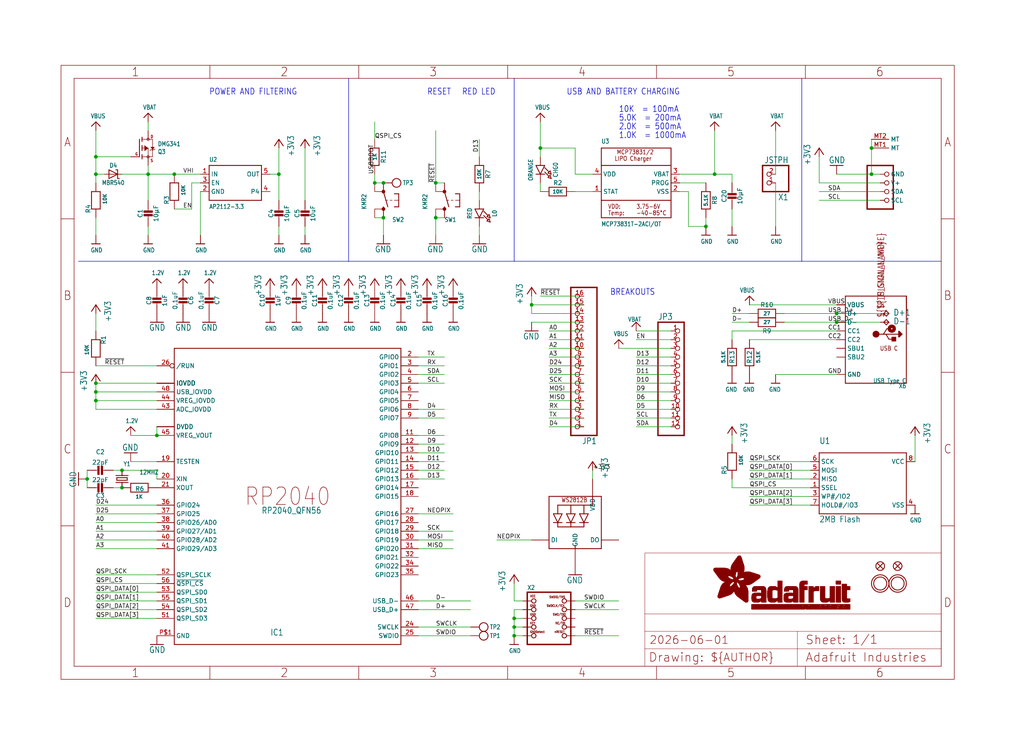
<source format=kicad_sch>
(kicad_sch (version 20230121) (generator eeschema)
  (paper "User" 298.45 217.322)
  (lib_symbols
    (symbol "working-eagle-import:+3V3" (power)
      (property "Value" "+3V3" (at -2.54 -5.08 90))
      (symbol "+3V3_1_0"
        (pin power_in line (at 0 -2.54 90) (length 2.54) (name "+3V3") (number "1"))
      )
    )
    (symbol "working-eagle-import:1.2V" (power)
      (property "Value" "1.2V" (at -1.524 1.016 0))
      (symbol "1.2V_1_0"
        (pin power_in line (at 0 -2.54 90) (length 2.54) (name "1.2V") (number "1"))
      )
    )
    (symbol "working-eagle-import:CAP_CERAMIC0603_NO"
      (property "Reference" "C" (at -2.29 1.25 90))
      (symbol "CAP_CERAMIC0603_NO_1_0"
        (pin passive line (at 0 5.08 270) (length 2.54) (name "1") (number "1"))
        (pin passive line (at 0 -2.54 90) (length 2.54) (name "2") (number "2"))
      )
    )
    (symbol "working-eagle-import:CAP_CERAMIC0805-NOOUTLINE"
      (property "Reference" "C" (at -2.29 1.25 90))
      (symbol "CAP_CERAMIC0805-NOOUTLINE_1_0"
        (pin passive line (at 0 5.08 270) (length 2.54) (name "1") (number "1"))
        (pin passive line (at 0 -2.54 90) (length 2.54) (name "2") (number "2"))
      )
    )
    (symbol "working-eagle-import:CON_JST_PH_2PIN_BATT"
      (property "Reference" "X" (at -6.35 5.715 0))
      (symbol "CON_JST_PH_2PIN_BATT_1_0"
        (pin passive inverted (at -2.54 2.54 0) (length 2.54) (name "1") (number "1"))
        (pin passive inverted (at -2.54 0 0) (length 2.54) (name "2") (number "2"))
      )
    )
    (symbol "working-eagle-import:CRYSTAL2.5X2.0"
      (property "Reference" "Y" (at -2.54 2.54 0))
      (symbol "CRYSTAL2.5X2.0_1_0"
        (pin passive line (at -2.54 0 0) (length 0) (name "1") (number "1"))
        (pin passive line (at 2.54 0 180) (length 0) (name "2") (number "3"))
      )
    )
    (symbol "working-eagle-import:DIODE-SCHOTTKYSOD-123"
      (property "Reference" "D" (at 0 2.54 0))
      (symbol "DIODE-SCHOTTKYSOD-123_1_0"
        (pin passive line (at -2.54 0 0) (length 2.54) (name "A") (number "A"))
        (pin passive line (at 2.54 0 180) (length 2.54) (name "C") (number "C"))
      )
    )
    (symbol "working-eagle-import:FIDUCIAL_1MM")
    (symbol "working-eagle-import:FRAME_A4_ADAFRUIT"
      (symbol "FRAME_A4_ADAFRUIT_1_0"
        (text "${#}/${##}" (at 230.505 10.16 0) (effects (font (size 2.54 2.54)) (justify left bottom)))
        (text "${AUTHOR}" (at 189.23 5.08 0) (effects (font (size 2.286 2.286)) (justify left bottom)))
        (text "${CURRENT_DATE}" (at 171.45 10.16 0) (effects (font (size 2.286 2.286)) (justify left bottom)))
        (text "${PROJECTNAME}" (at 171.45 15.24 0) (effects (font (size 2.54 2.54)) (justify left bottom)))
        (text "1" (at 21.6958 1.905 0) (effects (font (size 2.54 2.286))))
        (text "1" (at 21.6958 177.165 0) (effects (font (size 2.54 2.286))))
        (text "2" (at 65.0875 1.905 0) (effects (font (size 2.54 2.286))))
        (text "2" (at 65.0875 177.165 0) (effects (font (size 2.54 2.286))))
        (text "3" (at 108.4792 1.905 0) (effects (font (size 2.54 2.286))))
        (text "3" (at 108.4792 177.165 0) (effects (font (size 2.54 2.286))))
        (text "4" (at 151.8708 1.905 0) (effects (font (size 2.54 2.286))))
        (text "4" (at 151.8708 177.165 0) (effects (font (size 2.54 2.286))))
        (text "5" (at 195.2625 1.905 0) (effects (font (size 2.54 2.286))))
        (text "5" (at 195.2625 177.165 0) (effects (font (size 2.54 2.286))))
        (text "6" (at 238.6542 1.905 0) (effects (font (size 2.54 2.286))))
        (text "6" (at 238.6542 177.165 0) (effects (font (size 2.54 2.286))))
        (text "A" (at 1.905 156.6863 0) (effects (font (size 2.54 2.286))))
        (text "A" (at 258.445 156.6863 0) (effects (font (size 2.54 2.286))))
        (text "Adafruit Industries" (at 216.916 4.953 0) (effects (font (size 2.54 2.54)) (justify left bottom)))
        (text "B" (at 1.905 111.9188 0) (effects (font (size 2.54 2.286))))
        (text "B" (at 258.445 111.9188 0) (effects (font (size 2.54 2.286))))
        (text "C" (at 1.905 67.1513 0) (effects (font (size 2.54 2.286))))
        (text "C" (at 258.445 67.1513 0) (effects (font (size 2.54 2.286))))
        (text "D" (at 1.905 22.3838 0) (effects (font (size 2.54 2.286))))
        (text "D" (at 258.445 22.3838 0) (effects (font (size 2.54 2.286))))
        (text "Drawing:" (at 171.196 4.953 0) (effects (font (size 2.54 2.54)) (justify left bottom)))
        (text "Sheet:" (at 216.916 10.033 0) (effects (font (size 2.54 2.54)) (justify left bottom)))
      )
    )
    (symbol "working-eagle-import:GND" (power)
      (property "Value" "GND" (at -1.524 -2.54 0))
      (symbol "GND_1_0"
        (pin power_in line (at 0 2.54 270) (length 2.54) (name "GND") (number "1"))
      )
    )
    (symbol "working-eagle-import:HEADER-1X12"
      (property "Reference" "JP" (at -6.35 18.415 0))
      (symbol "HEADER-1X12_1_0"
        (pin passive inverted (at -2.54 15.24 0) (length 2.54) (name "1") (number "1"))
        (pin passive inverted (at -2.54 -7.62 0) (length 2.54) (name "10") (number "10"))
        (pin passive inverted (at -2.54 -10.16 0) (length 2.54) (name "11") (number "11"))
        (pin passive inverted (at -2.54 -12.7 0) (length 2.54) (name "12") (number "12"))
        (pin passive inverted (at -2.54 12.7 0) (length 2.54) (name "2") (number "2"))
        (pin passive inverted (at -2.54 10.16 0) (length 2.54) (name "3") (number "3"))
        (pin passive inverted (at -2.54 7.62 0) (length 2.54) (name "4") (number "4"))
        (pin passive inverted (at -2.54 5.08 0) (length 2.54) (name "5") (number "5"))
        (pin passive inverted (at -2.54 2.54 0) (length 2.54) (name "6") (number "6"))
        (pin passive inverted (at -2.54 0 0) (length 2.54) (name "7") (number "7"))
        (pin passive inverted (at -2.54 -2.54 0) (length 2.54) (name "8") (number "8"))
        (pin passive inverted (at -2.54 -5.08 0) (length 2.54) (name "9") (number "9"))
      )
    )
    (symbol "working-eagle-import:HEADER-1X16ROUND"
      (property "Reference" "JP" (at -6.35 20.955 0))
      (symbol "HEADER-1X16ROUND_1_0"
        (pin passive inverted (at -2.54 17.78 0) (length 2.54) (name "1") (number "1"))
        (pin passive inverted (at -2.54 -5.08 0) (length 2.54) (name "10") (number "10"))
        (pin passive inverted (at -2.54 -7.62 0) (length 2.54) (name "11") (number "11"))
        (pin passive inverted (at -2.54 -10.16 0) (length 2.54) (name "12") (number "12"))
        (pin passive inverted (at -2.54 -12.7 0) (length 2.54) (name "13") (number "13"))
        (pin passive inverted (at -2.54 -15.24 0) (length 2.54) (name "14") (number "14"))
        (pin passive inverted (at -2.54 -17.78 0) (length 2.54) (name "15") (number "15"))
        (pin passive inverted (at -2.54 -20.32 0) (length 2.54) (name "16") (number "16"))
        (pin passive inverted (at -2.54 15.24 0) (length 2.54) (name "2") (number "2"))
        (pin passive inverted (at -2.54 12.7 0) (length 2.54) (name "3") (number "3"))
        (pin passive inverted (at -2.54 10.16 0) (length 2.54) (name "4") (number "4"))
        (pin passive inverted (at -2.54 7.62 0) (length 2.54) (name "5") (number "5"))
        (pin passive inverted (at -2.54 5.08 0) (length 2.54) (name "6") (number "6"))
        (pin passive inverted (at -2.54 2.54 0) (length 2.54) (name "7") (number "7"))
        (pin passive inverted (at -2.54 0 0) (length 2.54) (name "8") (number "8"))
        (pin passive inverted (at -2.54 -2.54 0) (length 2.54) (name "9") (number "9"))
      )
    )
    (symbol "working-eagle-import:JTAG-CORTEXBOXPOSTS"
      (property "Reference" "X" (at -6.35 8.255 0))
      (symbol "JTAG-CORTEXBOXPOSTS_1_0"
        (text "GND" (at -5.588 0.762 0) (effects (font (size 0.635 0.5397)) (justify left bottom)))
        (text "GND" (at -5.588 3.302 0) (effects (font (size 0.635 0.5397)) (justify left bottom)))
        (text "GNDDetect" (at -5.588 -4.318 0) (effects (font (size 0.635 0.5397)) (justify left bottom)))
        (text "KEY" (at -5.588 -1.778 0) (effects (font (size 0.635 0.5397)) (justify left bottom)))
        (text "NC/TDI" (at 1.778 -1.778 0) (effects (font (size 0.635 0.5397)) (justify left bottom)))
        (text "nRESET" (at 1.524 -4.318 0) (effects (font (size 0.635 0.5397)) (justify left bottom)))
        (text "SWDCLK/TCK" (at -0.762 3.302 0) (effects (font (size 0.635 0.5397)) (justify left bottom)))
        (text "SWDIO/TMS" (at 0 5.842 0) (effects (font (size 0.635 0.5397)) (justify left bottom)))
        (text "SWO/TDO" (at 1.016 0.762 0) (effects (font (size 0.635 0.5397)) (justify left bottom)))
        (text "VCC" (at -5.588 6.096 0) (effects (font (size 0.635 0.5397)) (justify left bottom)))
        (pin power_in line (at -7.62 5.08 0) (length 2.54) (name "VCC") (number "1"))
        (pin bidirectional line (at 7.62 -5.08 180) (length 2.54) (name "NRESET") (number "10"))
        (pin bidirectional line (at 7.62 5.08 180) (length 2.54) (name "SWDIO") (number "2"))
        (pin power_in line (at -7.62 2.54 0) (length 2.54) (name "GND@1") (number "3"))
        (pin bidirectional line (at 7.62 2.54 180) (length 2.54) (name "SWDCLK") (number "4"))
        (pin power_in line (at -7.62 0 0) (length 2.54) (name "GND@2") (number "5"))
        (pin bidirectional line (at 7.62 0 180) (length 2.54) (name "SWO") (number "6"))
        (pin bidirectional line (at -7.62 -2.54 0) (length 2.54) (name "KEY") (number "7"))
        (pin bidirectional line (at 7.62 -2.54 180) (length 2.54) (name "TDI") (number "8"))
        (pin bidirectional line (at -7.62 -5.08 0) (length 2.54) (name "GNDDETECT") (number "9"))
      )
    )
    (symbol "working-eagle-import:LED0603_NOOUTLINE"
      (property "Reference" "D" (at -1.27 4.445 0))
      (symbol "LED0603_NOOUTLINE_1_0"
        (pin passive line (at -5.08 0 0) (length 2.54) (name "A") (number "A"))
        (pin passive line (at 2.54 0 180) (length 2.54) (name "C") (number "C"))
      )
    )
    (symbol "working-eagle-import:MCP73831/2"
      (property "Reference" "U" (at -10.16 11.43 0))
      (symbol "MCP73831/2_1_0"
        (text "-40-85°C" (at 0 -9.525 0) (effects (font (size 1.27 1.0795)) (justify left bottom)))
        (text "3.75-6V" (at 0 -7.62 0) (effects (font (size 1.27 1.0795)) (justify left bottom)))
        (text "LIPO Charger" (at -6.35 6.35 0) (effects (font (size 1.27 1.0795)) (justify left bottom)))
        (text "MCP73831/2" (at -5.715 8.255 0) (effects (font (size 1.27 1.0795)) (justify left bottom)))
        (text "Temp:" (at -8.255 -9.525 0) (effects (font (size 1.27 1.0795)) (justify left bottom)))
        (text "VDD:" (at -8.255 -7.62 0) (effects (font (size 1.27 1.0795)) (justify left bottom)))
        (pin output line (at -12.7 -2.54 0) (length 2.54) (name "STAT") (number "1"))
        (pin power_in line (at 12.7 -2.54 180) (length 2.54) (name "VSS") (number "2"))
        (pin power_in line (at 12.7 2.54 180) (length 2.54) (name "VBAT") (number "3"))
        (pin power_in line (at -12.7 2.54 0) (length 2.54) (name "VDD") (number "4"))
        (pin input line (at 12.7 0 180) (length 2.54) (name "PROG") (number "5"))
      )
    )
    (symbol "working-eagle-import:MOSFET-P"
      (property "Reference" "Q" (at 2.794 0.381 0))
      (symbol "MOSFET-P_1_0"
        (text "D" (at 0.635 -3.81 0) (effects (font (size 0.8128 0.6908)) (justify left bottom)))
        (text "G" (at -3.81 1.27 0) (effects (font (size 0.8128 0.6908)) (justify left bottom)))
        (text "S" (at 0.635 3.175 0) (effects (font (size 0.8128 0.6908)) (justify left bottom)))
        (pin passive line (at -5.08 2.54 0) (length 2.54) (name "G") (number "1"))
        (pin passive line (at 0 5.08 270) (length 2.54) (name "S") (number "2"))
        (pin passive line (at 0 -5.08 90) (length 2.54) (name "D") (number "3"))
      )
    )
    (symbol "working-eagle-import:MOUNTINGHOLE2.5")
    (symbol "working-eagle-import:RESISTOR_0603_NOOUT"
      (property "Reference" "R" (at 0 2.54 0))
      (symbol "RESISTOR_0603_NOOUT_1_0"
        (pin passive line (at -5.08 0 0) (length 2.54) (name "1") (number "1"))
        (pin passive line (at 5.08 0 180) (length 2.54) (name "2") (number "2"))
      )
    )
    (symbol "working-eagle-import:RP2040_QFN56"
      (property "Reference" "IC" (at -5.08 -40.64 0))
      (symbol "RP2040_QFN56_1_0"
        (text "RP2040" (at 0 0 0) (effects (font (size 5.08 4.318))))
        (pin power_in line (at -38.1 33.02 0) (length 5.08) (name "IOVDD") (number "1"))
        (pin power_in line (at -38.1 33.02 0) (length 5.08) (name "IOVDD") (number "10"))
        (pin bidirectional line (at 38.1 17.78 180) (length 5.08) (name "GPIO8") (number "11"))
        (pin bidirectional line (at 38.1 15.24 180) (length 5.08) (name "GPIO9") (number "12"))
        (pin bidirectional line (at 38.1 12.7 180) (length 5.08) (name "GPIO10") (number "13"))
        (pin bidirectional line (at 38.1 10.16 180) (length 5.08) (name "GPIO11") (number "14"))
        (pin bidirectional line (at 38.1 7.62 180) (length 5.08) (name "GPIO12") (number "15"))
        (pin bidirectional line (at 38.1 5.08 180) (length 5.08) (name "GPIO13") (number "16"))
        (pin bidirectional line (at 38.1 2.54 180) (length 5.08) (name "GPIO14") (number "17"))
        (pin bidirectional line (at 38.1 0 180) (length 5.08) (name "GPIO15") (number "18"))
        (pin input line (at -38.1 10.16 0) (length 5.08) (name "TESTEN") (number "19"))
        (pin bidirectional line (at 38.1 40.64 180) (length 5.08) (name "GPIO0") (number "2"))
        (pin input line (at -38.1 5.08 0) (length 5.08) (name "XIN") (number "20"))
        (pin output line (at -38.1 2.54 0) (length 5.08) (name "XOUT") (number "21"))
        (pin power_in line (at -38.1 33.02 0) (length 5.08) (name "IOVDD") (number "22"))
        (pin power_in line (at -38.1 20.32 0) (length 5.08) (name "DVDD") (number "23"))
        (pin bidirectional line (at 38.1 -38.1 180) (length 5.08) (name "SWCLK") (number "24"))
        (pin bidirectional line (at 38.1 -40.64 180) (length 5.08) (name "SWDIO") (number "25"))
        (pin bidirectional inverted (at -38.1 38.1 0) (length 5.08) (name "/RUN") (number "26"))
        (pin bidirectional line (at 38.1 -5.08 180) (length 5.08) (name "GPIO16") (number "27"))
        (pin bidirectional line (at 38.1 -7.62 180) (length 5.08) (name "GPIO17") (number "28"))
        (pin bidirectional line (at 38.1 -10.16 180) (length 5.08) (name "GPIO18") (number "29"))
        (pin bidirectional line (at 38.1 38.1 180) (length 5.08) (name "GPIO1") (number "3"))
        (pin bidirectional line (at 38.1 -12.7 180) (length 5.08) (name "GPIO19") (number "30"))
        (pin bidirectional line (at 38.1 -15.24 180) (length 5.08) (name "GPIO20") (number "31"))
        (pin bidirectional line (at 38.1 -17.78 180) (length 5.08) (name "GPIO21") (number "32"))
        (pin power_in line (at -38.1 33.02 0) (length 5.08) (name "IOVDD") (number "33"))
        (pin bidirectional line (at 38.1 -20.32 180) (length 5.08) (name "GPIO22") (number "34"))
        (pin bidirectional line (at 38.1 -22.86 180) (length 5.08) (name "GPIO23") (number "35"))
        (pin bidirectional line (at -38.1 -2.54 0) (length 5.08) (name "GPIO24") (number "36"))
        (pin bidirectional line (at -38.1 -5.08 0) (length 5.08) (name "GPIO25") (number "37"))
        (pin bidirectional line (at -38.1 -7.62 0) (length 5.08) (name "GPIO26/AD0") (number "38"))
        (pin bidirectional line (at -38.1 -10.16 0) (length 5.08) (name "GPIO27/AD1") (number "39"))
        (pin bidirectional line (at 38.1 35.56 180) (length 5.08) (name "GPIO2") (number "4"))
        (pin bidirectional line (at -38.1 -12.7 0) (length 5.08) (name "GPIO28/AD2") (number "40"))
        (pin bidirectional line (at -38.1 -15.24 0) (length 5.08) (name "GPIO29/AD3") (number "41"))
        (pin power_in line (at -38.1 33.02 0) (length 5.08) (name "IOVDD") (number "42"))
        (pin power_in line (at -38.1 25.4 0) (length 5.08) (name "ADC_IOVDD") (number "43"))
        (pin power_in line (at -38.1 27.94 0) (length 5.08) (name "VREG_IOVDD") (number "44"))
        (pin power_in line (at -38.1 17.78 0) (length 5.08) (name "VREG_VOUT") (number "45"))
        (pin bidirectional line (at 38.1 -30.48 180) (length 5.08) (name "USB_D-") (number "46"))
        (pin bidirectional line (at 38.1 -33.02 180) (length 5.08) (name "USB_D+") (number "47"))
        (pin power_in line (at -38.1 30.48 0) (length 5.08) (name "USB_IOVDD") (number "48"))
        (pin power_in line (at -38.1 33.02 0) (length 5.08) (name "IOVDD") (number "49"))
        (pin bidirectional line (at 38.1 33.02 180) (length 5.08) (name "GPIO3") (number "5"))
        (pin power_in line (at -38.1 20.32 0) (length 5.08) (name "DVDD") (number "50"))
        (pin bidirectional line (at -38.1 -35.56 0) (length 5.08) (name "QSPI_SD3") (number "51"))
        (pin bidirectional line (at -38.1 -22.86 0) (length 5.08) (name "QSPI_SCLK") (number "52"))
        (pin bidirectional line (at -38.1 -27.94 0) (length 5.08) (name "QSPI_SD0") (number "53"))
        (pin bidirectional line (at -38.1 -33.02 0) (length 5.08) (name "QSPI_SD2") (number "54"))
        (pin bidirectional line (at -38.1 -30.48 0) (length 5.08) (name "QSPI_SD1") (number "55"))
        (pin bidirectional line (at -38.1 -25.4 0) (length 5.08) (name "~{QSPI_CS}") (number "56"))
        (pin bidirectional line (at 38.1 30.48 180) (length 5.08) (name "GPIO4") (number "6"))
        (pin bidirectional line (at 38.1 27.94 180) (length 5.08) (name "GPIO5") (number "7"))
        (pin bidirectional line (at 38.1 25.4 180) (length 5.08) (name "GPIO6") (number "8"))
        (pin bidirectional line (at 38.1 22.86 180) (length 5.08) (name "GPIO7") (number "9"))
        (pin power_in line (at -38.1 -40.64 0) (length 5.08) (name "GND") (number "P$1"))
      )
    )
    (symbol "working-eagle-import:SPIFLASH_8PIN208MIL"
      (property "Reference" "U" (at -12.7 12.7 0))
      (symbol "SPIFLASH_8PIN208MIL_1_0"
        (pin bidirectional line (at -15.24 0 0) (length 2.54) (name "SSEL") (number "1"))
        (pin bidirectional line (at -15.24 2.54 0) (length 2.54) (name "MISO") (number "2"))
        (pin bidirectional line (at -15.24 -2.54 0) (length 2.54) (name "WP#/IO2") (number "3"))
        (pin bidirectional line (at 15.24 -5.08 180) (length 2.54) (name "VSS") (number "4"))
        (pin bidirectional line (at -15.24 5.08 0) (length 2.54) (name "MOSI") (number "5"))
        (pin bidirectional line (at -15.24 7.62 0) (length 2.54) (name "SCK") (number "6"))
        (pin bidirectional line (at -15.24 -5.08 0) (length 2.54) (name "HOLD#/IO3") (number "7"))
        (pin bidirectional line (at 15.24 7.62 180) (length 2.54) (name "VCC") (number "8"))
      )
    )
    (symbol "working-eagle-import:STEMMA_I2C_QT"
      (symbol "STEMMA_I2C_QT_1_0"
        (pin passive inverted (at 0 5.08 0) (length 2.54) (name "GND") (number "1"))
        (pin passive inverted (at 0 2.54 0) (length 2.54) (name "V+") (number "2"))
        (pin passive inverted (at 0 0 0) (length 2.54) (name "SDA") (number "3"))
        (pin passive inverted (at 0 -2.54 0) (length 2.54) (name "SCL") (number "4"))
      )
      (symbol "STEMMA_I2C_QT_2_0"
        (pin bidirectional line (at 0 0 0) (length 5.08) (name "MT") (number "MT1"))
      )
      (symbol "STEMMA_I2C_QT_3_0"
        (pin bidirectional line (at 0 0 0) (length 5.08) (name "MT") (number "MT2"))
      )
    )
    (symbol "working-eagle-import:SWITCH_TACT_SMT4.6X2.8"
      (property "Reference" "SW" (at -2.54 6.35 0))
      (symbol "SWITCH_TACT_SMT4.6X2.8_1_0"
        (pin passive line (at -5.08 0 0) (length 2.54) (name "P") (number "A"))
        (pin passive line (at -5.08 -2.54 0) (length 2.54) (name "P1") (number "A'"))
        (pin passive line (at 5.08 0 180) (length 2.54) (name "S") (number "B"))
        (pin passive line (at 5.08 -2.54 180) (length 2.54) (name "S1") (number "B'"))
      )
    )
    (symbol "working-eagle-import:TESTPOINTROUND1.5MMNO"
      (property "Reference" "TP" (at 0 5.588 90))
      (symbol "TESTPOINTROUND1.5MMNO_1_0"
        (pin bidirectional line (at 0 0 90) (length 2.54) (name "P$1") (number "P$1"))
      )
    )
    (symbol "working-eagle-import:TPB1,27"
      (property "Reference" "TP" (at -1.27 1.27 0))
      (symbol "TPB1,27_1_0"
        (text "${TP_SIGNAL_NAME}" (at 1.27 -1.27 0) (effects (font (size 1.778 1.5113)) (justify left bottom)))
        (pin input line (at 0 -2.54 90) (length 2.54) (name "TP") (number "TP"))
      )
    )
    (symbol "working-eagle-import:USB_C"
      (property "Reference" "X" (at -10.16 13.716 0))
      (symbol "USB_C_1_0"
        (text "USB C" (at -5.08 -2.54 0) (effects (font (size 1.27 1.0795))))
        (pin power_in line (at 10.16 -10.16 180) (length 2.54) (name "GND") (number "A1B12"))
        (pin power_in line (at 10.16 10.16 180) (length 2.54) (name "VBUS") (number "A4B9"))
        (pin bidirectional line (at 10.16 2.54 180) (length 2.54) (name "CC1") (number "A5"))
        (pin bidirectional line (at 10.16 7.62 180) (length 2.54) (name "D+") (number "A6"))
        (pin bidirectional line (at 10.16 5.08 180) (length 2.54) (name "D-") (number "A7"))
        (pin bidirectional line (at 10.16 -2.54 180) (length 2.54) (name "SBU1") (number "A8"))
        (pin power_in line (at 10.16 -10.16 180) (length 2.54) (name "GND") (number "B1A12"))
        (pin power_in line (at 10.16 10.16 180) (length 2.54) (name "VBUS") (number "B4A9"))
        (pin bidirectional line (at 10.16 0 180) (length 2.54) (name "CC2") (number "B5"))
        (pin bidirectional line (at 10.16 7.62 180) (length 2.54) (name "D+") (number "B6"))
        (pin bidirectional line (at 10.16 5.08 180) (length 2.54) (name "D-") (number "B7"))
        (pin bidirectional line (at 10.16 -5.08 180) (length 2.54) (name "SBU2") (number "B8"))
      )
    )
    (symbol "working-eagle-import:VBAT" (power)
      (property "Value" "VBAT" (at -1.524 1.016 0))
      (symbol "VBAT_1_0"
        (pin power_in line (at 0 -2.54 90) (length 2.54) (name "VBAT") (number "1"))
      )
    )
    (symbol "working-eagle-import:VBUS" (power)
      (property "Value" "VBUS" (at -1.524 1.016 0))
      (symbol "VBUS_1_0"
        (pin power_in line (at 0 -2.54 90) (length 2.54) (name "VBUS") (number "1"))
      )
    )
    (symbol "working-eagle-import:VREG_SOT23-5"
      (property "Reference" "U" (at -7.62 6.096 0))
      (symbol "VREG_SOT23-5_1_0"
        (pin power_in line (at -10.16 2.54 0) (length 2.54) (name "IN") (number "1"))
        (pin power_in line (at -10.16 -2.54 0) (length 2.54) (name "GND") (number "2"))
        (pin input line (at -10.16 0 0) (length 2.54) (name "EN") (number "3"))
        (pin bidirectional line (at 10.16 -2.54 180) (length 2.54) (name "P4") (number "4"))
        (pin power_in line (at 10.16 2.54 180) (length 2.54) (name "OUT") (number "5"))
      )
    )
    (symbol "working-eagle-import:WS2812B3535"
      (symbol "WS2812B3535_1_0"
        (text "WS2812B" (at -4.064 8.382 0) (effects (font (size 1.27 1.0795)) (justify left bottom)))
        (pin input line (at -12.7 -2.54 0) (length 5.08) (name "DI") (number "1"))
        (pin power_in line (at 5.08 15.24 270) (length 5.08) (name "VDD") (number "2"))
        (pin output line (at 12.7 -2.54 180) (length 5.08) (name "DO") (number "3"))
        (pin power_in line (at 0 -10.16 90) (length 5.08) (name "GND") (number "4"))
      )
    )
    (symbol "working-eagle-import:supply1_GND" (power)
      (property "Value" "supply1_GND" (at -2.54 -2.54 0))
      (symbol "supply1_GND_1_0"
        (pin power_in line (at 0 2.54 270) (length 2.54) (name "GND") (number "1"))
      )
    )
  )
  (junction (at 25.4 139.7))
  (junction (at 43.18 50.8))
  (junction (at 243.84 93.98))
  (junction (at 111.76 63.5))
  (junction (at 35.56 137.16))
  (junction (at 50.8 50.8))
  (junction (at 254 43.18))
  (junction (at 254 50.8))
  (junction (at 27.94 111.76))
  (junction (at 149.86 185.42))
  (junction (at 109.22 53.34))
  (junction (at 111.76 53.34))
  (junction (at 243.84 91.44))
  (junction (at 149.86 182.88))
  (junction (at 27.94 45.72))
  (junction (at 157.48 43.18))
  (junction (at 81.28 50.8))
  (junction (at 208.28 50.8))
  (junction (at 154.94 88.9))
  (junction (at 27.94 114.3))
  (junction (at 205.74 66.04))
  (junction (at 27.94 116.84))
  (junction (at 149.86 180.34))
  (junction (at 27.94 50.8))
  (junction (at 127 53.34))
  (junction (at 127 63.5))
  (junction (at 45.72 127))
  (junction (at 35.56 142.24))
  (wire (pts (xy 243.84 93.98) (xy 256.54 93.98)) (stroke (width 0.1524)))
  (wire (pts (xy 27.94 50.8) (xy 27.94 45.72)) (stroke (width 0.1524)))
  (wire (pts (xy 213.36 96.52) (xy 213.36 99.06)) (stroke (width 0.1524)))
  (wire (pts (xy 35.56 50.8) (xy 43.18 50.8)) (stroke (width 0.1524)))
  (wire (pts (xy 88.9 66.04) (xy 88.9 68.58)) (stroke (width 0.1524)))
  (wire (pts (xy 213.36 50.8) (xy 208.28 50.8)) (stroke (width 0.1524)))
  (wire (pts (xy 27.94 180.34) (xy 45.72 180.34)) (stroke (width 0.1524)))
  (wire (pts (xy 121.92 119.38) (xy 129.54 119.38)) (stroke (width 0.1524)))
  (wire (pts (xy 121.92 185.42) (xy 137.16 185.42)) (stroke (width 0.1524)))
  (wire (pts (xy 160.02 109.22) (xy 170.18 109.22)) (stroke (width 0.1524)))
  (wire (pts (xy 109.22 63.5) (xy 111.76 63.5)) (stroke (width 0.1524)))
  (wire (pts (xy 167.64 185.42) (xy 180.34 185.42)) (stroke (width 0.1524)))
  (wire (pts (xy 170.18 96.52) (xy 160.02 96.52)) (stroke (width 0.1524)))
  (wire (pts (xy 154.94 86.36) (xy 154.94 88.9)) (stroke (width 0.1524)))
  (wire (pts (xy 170.18 114.3) (xy 160.02 114.3)) (stroke (width 0.1524)))
  (wire (pts (xy 236.22 139.7) (xy 218.44 139.7)) (stroke (width 0.1524)))
  (wire (pts (xy 157.48 45.72) (xy 157.48 43.18)) (stroke (width 0.1524)))
  (wire (pts (xy 45.72 114.3) (xy 27.94 114.3)) (stroke (width 0.1524)))
  (wire (pts (xy 185.42 124.46) (xy 195.58 124.46)) (stroke (width 0.1524)))
  (wire (pts (xy 185.42 116.84) (xy 195.58 116.84)) (stroke (width 0.1524)))
  (wire (pts (xy 27.94 91.44) (xy 27.94 96.52)) (stroke (width 0.1524)))
  (wire (pts (xy 81.28 50.8) (xy 81.28 43.18)) (stroke (width 0.1524)))
  (wire (pts (xy 30.48 50.8) (xy 27.94 50.8)) (stroke (width 0.1524)))
  (wire (pts (xy 50.8 60.96) (xy 55.88 60.96)) (stroke (width 0.1524)))
  (wire (pts (xy 137.16 182.88) (xy 121.92 182.88)) (stroke (width 0.1524)))
  (wire (pts (xy 129.54 63.5) (xy 127 63.5)) (stroke (width 0.1524)))
  (wire (pts (xy 160.02 104.14) (xy 170.18 104.14)) (stroke (width 0.1524)))
  (wire (pts (xy 109.22 53.34) (xy 109.22 50.8)) (stroke (width 0.1524)))
  (wire (pts (xy 152.4 177.8) (xy 149.86 177.8)) (stroke (width 0.1524)))
  (wire (pts (xy 121.92 111.76) (xy 129.54 111.76)) (stroke (width 0.1524)))
  (wire (pts (xy 38.1 45.72) (xy 27.94 45.72)) (stroke (width 0.1524)))
  (wire (pts (xy 78.74 50.8) (xy 81.28 50.8)) (stroke (width 0.1524)))
  (wire (pts (xy 195.58 114.3) (xy 185.42 114.3)) (stroke (width 0.1524)))
  (wire (pts (xy 45.72 137.16) (xy 45.72 139.7)) (stroke (width 0.1524)))
  (wire (pts (xy 121.92 139.7) (xy 129.54 139.7)) (stroke (width 0.1524)))
  (wire (pts (xy 27.94 154.94) (xy 45.72 154.94)) (stroke (width 0.1524)))
  (wire (pts (xy 238.76 53.34) (xy 238.76 45.72)) (stroke (width 0.1524)))
  (wire (pts (xy 254 50.8) (xy 243.84 50.8)) (stroke (width 0.1524)))
  (wire (pts (xy 157.48 35.56) (xy 157.48 43.18)) (stroke (width 0.1524)))
  (wire (pts (xy 185.42 106.68) (xy 195.58 106.68)) (stroke (width 0.1524)))
  (wire (pts (xy 238.76 58.42) (xy 256.54 58.42)) (stroke (width 0.1524)))
  (wire (pts (xy 167.64 175.26) (xy 180.34 175.26)) (stroke (width 0.1524)))
  (wire (pts (xy 35.56 137.16) (xy 33.02 137.16)) (stroke (width 0.1524)))
  (wire (pts (xy 121.92 134.62) (xy 129.54 134.62)) (stroke (width 0.1524)))
  (wire (pts (xy 45.72 134.62) (xy 38.1 134.62)) (stroke (width 0.1524)))
  (wire (pts (xy 170.18 101.6) (xy 160.02 101.6)) (stroke (width 0.1524)))
  (wire (pts (xy 27.94 53.34) (xy 27.94 50.8)) (stroke (width 0.1524)))
  (wire (pts (xy 170.18 93.98) (xy 154.94 93.98)) (stroke (width 0.1524)))
  (wire (pts (xy 121.92 127) (xy 129.54 127)) (stroke (width 0.1524)))
  (wire (pts (xy 121.92 175.26) (xy 137.16 175.26)) (stroke (width 0.1524)))
  (wire (pts (xy 109.22 40.64) (xy 109.22 35.56)) (stroke (width 0.1524)))
  (wire (pts (xy 213.36 142.24) (xy 236.22 142.24)) (stroke (width 0.1524)))
  (wire (pts (xy 256.54 53.34) (xy 238.76 53.34)) (stroke (width 0.1524)))
  (wire (pts (xy 149.86 177.8) (xy 149.86 180.34)) (stroke (width 0.1524)))
  (wire (pts (xy 43.18 35.56) (xy 43.18 38.1)) (stroke (width 0.1524)))
  (wire (pts (xy 45.72 116.84) (xy 27.94 116.84)) (stroke (width 0.1524)))
  (polyline (pts (xy 233.68 76.2) (xy 233.68 22.86)) (stroke (width 0.1524) (type solid)))
  (wire (pts (xy 160.02 124.46) (xy 170.18 124.46)) (stroke (width 0.1524)))
  (wire (pts (xy 129.54 106.68) (xy 121.92 106.68)) (stroke (width 0.1524)))
  (wire (pts (xy 43.18 48.26) (xy 43.18 50.8)) (stroke (width 0.1524)))
  (wire (pts (xy 121.92 104.14) (xy 129.54 104.14)) (stroke (width 0.1524)))
  (wire (pts (xy 149.86 185.42) (xy 149.86 182.88)) (stroke (width 0.1524)))
  (wire (pts (xy 45.72 167.64) (xy 27.94 167.64)) (stroke (width 0.1524)))
  (wire (pts (xy 45.72 157.48) (xy 27.94 157.48)) (stroke (width 0.1524)))
  (wire (pts (xy 213.36 127) (xy 213.36 129.54)) (stroke (width 0.1524)))
  (wire (pts (xy 167.64 50.8) (xy 172.72 50.8)) (stroke (width 0.1524)))
  (wire (pts (xy 58.42 50.8) (xy 50.8 50.8)) (stroke (width 0.1524)))
  (wire (pts (xy 154.94 91.44) (xy 154.94 88.9)) (stroke (width 0.1524)))
  (wire (pts (xy 198.12 53.34) (xy 205.74 53.34)) (stroke (width 0.1524)))
  (wire (pts (xy 81.28 66.04) (xy 81.28 68.58)) (stroke (width 0.1524)))
  (polyline (pts (xy 274.32 76.2) (xy 233.68 76.2)) (stroke (width 0.1524) (type solid)))
  (wire (pts (xy 195.58 104.14) (xy 185.42 104.14)) (stroke (width 0.1524)))
  (wire (pts (xy 139.7 55.88) (xy 139.7 58.42)) (stroke (width 0.1524)))
  (wire (pts (xy 27.94 160.02) (xy 45.72 160.02)) (stroke (width 0.1524)))
  (wire (pts (xy 243.84 99.06) (xy 218.44 99.06)) (stroke (width 0.1524)))
  (wire (pts (xy 254 43.18) (xy 254 40.64)) (stroke (width 0.1524)))
  (wire (pts (xy 226.06 109.22) (xy 243.84 109.22)) (stroke (width 0.1524)))
  (wire (pts (xy 45.72 111.76) (xy 27.94 111.76)) (stroke (width 0.1524)))
  (wire (pts (xy 25.4 139.7) (xy 25.4 137.16)) (stroke (width 0.1524)))
  (wire (pts (xy 121.92 137.16) (xy 129.54 137.16)) (stroke (width 0.1524)))
  (wire (pts (xy 167.64 43.18) (xy 167.64 50.8)) (stroke (width 0.1524)))
  (wire (pts (xy 27.94 147.32) (xy 45.72 147.32)) (stroke (width 0.1524)))
  (wire (pts (xy 38.1 127) (xy 45.72 127)) (stroke (width 0.1524)))
  (wire (pts (xy 43.18 66.04) (xy 43.18 68.58)) (stroke (width 0.1524)))
  (wire (pts (xy 218.44 147.32) (xy 236.22 147.32)) (stroke (width 0.1524)))
  (wire (pts (xy 195.58 119.38) (xy 185.42 119.38)) (stroke (width 0.1524)))
  (wire (pts (xy 226.06 38.1) (xy 226.06 50.8)) (stroke (width 0.1524)))
  (wire (pts (xy 152.4 175.26) (xy 149.86 175.26)) (stroke (width 0.1524)))
  (wire (pts (xy 27.94 119.38) (xy 27.94 116.84)) (stroke (width 0.1524)))
  (wire (pts (xy 172.72 139.7) (xy 172.72 137.16)) (stroke (width 0.1524)))
  (wire (pts (xy 45.72 124.46) (xy 45.72 127)) (stroke (width 0.1524)))
  (wire (pts (xy 180.34 177.8) (xy 167.64 177.8)) (stroke (width 0.1524)))
  (wire (pts (xy 266.7 127) (xy 266.7 134.62)) (stroke (width 0.1524)))
  (wire (pts (xy 170.18 111.76) (xy 160.02 111.76)) (stroke (width 0.1524)))
  (wire (pts (xy 27.94 177.8) (xy 45.72 177.8)) (stroke (width 0.1524)))
  (wire (pts (xy 27.94 68.58) (xy 27.94 63.5)) (stroke (width 0.1524)))
  (wire (pts (xy 139.7 66.04) (xy 139.7 68.58)) (stroke (width 0.1524)))
  (wire (pts (xy 25.4 142.24) (xy 25.4 139.7)) (stroke (width 0.1524)))
  (wire (pts (xy 55.88 60.96) (xy 55.88 53.34)) (stroke (width 0.1524)))
  (wire (pts (xy 160.02 99.06) (xy 170.18 99.06)) (stroke (width 0.1524)))
  (polyline (pts (xy 233.68 76.2) (xy 149.86 76.2)) (stroke (width 0.1524) (type solid)))
  (polyline (pts (xy 22.86 76.2) (xy 101.6 76.2)) (stroke (width 0.1524) (type solid)))
  (wire (pts (xy 121.92 154.94) (xy 132.08 154.94)) (stroke (width 0.1524)))
  (wire (pts (xy 50.8 50.8) (xy 43.18 50.8)) (stroke (width 0.1524)))
  (wire (pts (xy 149.86 182.88) (xy 152.4 182.88)) (stroke (width 0.1524)))
  (wire (pts (xy 213.36 139.7) (xy 213.36 142.24)) (stroke (width 0.1524)))
  (wire (pts (xy 111.76 63.5) (xy 111.76 68.58)) (stroke (width 0.1524)))
  (polyline (pts (xy 149.86 76.2) (xy 101.6 76.2)) (stroke (width 0.1524) (type solid)))
  (wire (pts (xy 195.58 109.22) (xy 185.42 109.22)) (stroke (width 0.1524)))
  (wire (pts (xy 254 50.8) (xy 254 43.18)) (stroke (width 0.1524)))
  (wire (pts (xy 45.72 149.86) (xy 27.94 149.86)) (stroke (width 0.1524)))
  (wire (pts (xy 45.72 119.38) (xy 27.94 119.38)) (stroke (width 0.1524)))
  (wire (pts (xy 35.56 137.16) (xy 45.72 137.16)) (stroke (width 0.1524)))
  (wire (pts (xy 208.28 50.8) (xy 198.12 50.8)) (stroke (width 0.1524)))
  (polyline (pts (xy 101.6 76.2) (xy 101.6 22.86)) (stroke (width 0.1524) (type solid)))
  (wire (pts (xy 160.02 121.92) (xy 170.18 121.92)) (stroke (width 0.1524)))
  (wire (pts (xy 213.36 60.96) (xy 213.36 66.04)) (stroke (width 0.1524)))
  (wire (pts (xy 226.06 66.04) (xy 226.06 53.34)) (stroke (width 0.1524)))
  (wire (pts (xy 149.86 180.34) (xy 149.86 182.88)) (stroke (width 0.1524)))
  (wire (pts (xy 243.84 96.52) (xy 213.36 96.52)) (stroke (width 0.1524)))
  (wire (pts (xy 243.84 91.44) (xy 228.6 91.44)) (stroke (width 0.1524)))
  (wire (pts (xy 170.18 119.38) (xy 160.02 119.38)) (stroke (width 0.1524)))
  (wire (pts (xy 213.36 53.34) (xy 213.36 50.8)) (stroke (width 0.1524)))
  (wire (pts (xy 121.92 160.02) (xy 132.08 160.02)) (stroke (width 0.1524)))
  (wire (pts (xy 154.94 88.9) (xy 170.18 88.9)) (stroke (width 0.1524)))
  (wire (pts (xy 27.94 116.84) (xy 27.94 114.3)) (stroke (width 0.1524)))
  (wire (pts (xy 127 38.1) (xy 127 53.34)) (stroke (width 0.1524)))
  (wire (pts (xy 218.44 88.9) (xy 243.84 88.9)) (stroke (width 0.1524)))
  (wire (pts (xy 139.7 45.72) (xy 139.7 40.64)) (stroke (width 0.1524)))
  (wire (pts (xy 167.64 55.88) (xy 172.72 55.88)) (stroke (width 0.1524)))
  (wire (pts (xy 157.48 43.18) (xy 167.64 43.18)) (stroke (width 0.1524)))
  (wire (pts (xy 195.58 101.6) (xy 180.34 101.6)) (stroke (width 0.1524)))
  (wire (pts (xy 121.92 149.86) (xy 132.08 149.86)) (stroke (width 0.1524)))
  (wire (pts (xy 58.42 55.88) (xy 58.42 68.58)) (stroke (width 0.1524)))
  (wire (pts (xy 195.58 121.92) (xy 185.42 121.92)) (stroke (width 0.1524)))
  (wire (pts (xy 200.66 66.04) (xy 205.74 66.04)) (stroke (width 0.1524)))
  (wire (pts (xy 256.54 50.8) (xy 254 50.8)) (stroke (width 0.1524)))
  (wire (pts (xy 149.86 175.26) (xy 149.86 170.18)) (stroke (width 0.1524)))
  (wire (pts (xy 198.12 55.88) (xy 200.66 55.88)) (stroke (width 0.1524)))
  (wire (pts (xy 205.74 63.5) (xy 205.74 66.04)) (stroke (width 0.1524)))
  (wire (pts (xy 111.76 53.34) (xy 109.22 53.34)) (stroke (width 0.1524)))
  (wire (pts (xy 127 53.34) (xy 129.54 53.34)) (stroke (width 0.1524)))
  (wire (pts (xy 121.92 109.22) (xy 129.54 109.22)) (stroke (width 0.1524)))
  (wire (pts (xy 218.44 91.44) (xy 213.36 91.44)) (stroke (width 0.1524)))
  (wire (pts (xy 27.94 114.3) (xy 27.94 111.76)) (stroke (width 0.1524)))
  (wire (pts (xy 185.42 111.76) (xy 195.58 111.76)) (stroke (width 0.1524)))
  (wire (pts (xy 157.48 53.34) (xy 157.48 55.88)) (stroke (width 0.1524)))
  (wire (pts (xy 185.42 96.52) (xy 195.58 96.52)) (stroke (width 0.1524)))
  (wire (pts (xy 152.4 185.42) (xy 149.86 185.42)) (stroke (width 0.1524)))
  (wire (pts (xy 88.9 58.42) (xy 88.9 43.18)) (stroke (width 0.1524)))
  (wire (pts (xy 81.28 58.42) (xy 81.28 50.8)) (stroke (width 0.1524)))
  (wire (pts (xy 27.94 175.26) (xy 45.72 175.26)) (stroke (width 0.1524)))
  (wire (pts (xy 154.94 157.48) (xy 144.78 157.48)) (stroke (width 0.1524)))
  (wire (pts (xy 121.92 132.08) (xy 129.54 132.08)) (stroke (width 0.1524)))
  (wire (pts (xy 149.86 180.34) (xy 152.4 180.34)) (stroke (width 0.1524)))
  (wire (pts (xy 45.72 170.18) (xy 27.94 170.18)) (stroke (width 0.1524)))
  (wire (pts (xy 208.28 38.1) (xy 208.28 50.8)) (stroke (width 0.1524)))
  (wire (pts (xy 27.94 172.72) (xy 45.72 172.72)) (stroke (width 0.1524)))
  (wire (pts (xy 27.94 45.72) (xy 27.94 38.1)) (stroke (width 0.1524)))
  (wire (pts (xy 256.54 55.88) (xy 238.76 55.88)) (stroke (width 0.1524)))
  (wire (pts (xy 121.92 129.54) (xy 129.54 129.54)) (stroke (width 0.1524)))
  (wire (pts (xy 45.72 106.68) (xy 27.94 106.68)) (stroke (width 0.1524)))
  (wire (pts (xy 170.18 86.36) (xy 157.48 86.36)) (stroke (width 0.1524)))
  (wire (pts (xy 121.92 177.8) (xy 137.16 177.8)) (stroke (width 0.1524)))
  (wire (pts (xy 236.22 134.62) (xy 218.44 134.62)) (stroke (width 0.1524)))
  (wire (pts (xy 160.02 116.84) (xy 170.18 116.84)) (stroke (width 0.1524)))
  (wire (pts (xy 228.6 93.98) (xy 243.84 93.98)) (stroke (width 0.1524)))
  (wire (pts (xy 200.66 55.88) (xy 200.66 66.04)) (stroke (width 0.1524)))
  (wire (pts (xy 213.36 93.98) (xy 218.44 93.98)) (stroke (width 0.1524)))
  (wire (pts (xy 170.18 106.68) (xy 160.02 106.68)) (stroke (width 0.1524)))
  (wire (pts (xy 55.88 53.34) (xy 58.42 53.34)) (stroke (width 0.1524)))
  (wire (pts (xy 185.42 99.06) (xy 195.58 99.06)) (stroke (width 0.1524)))
  (wire (pts (xy 121.92 121.92) (xy 129.54 121.92)) (stroke (width 0.1524)))
  (wire (pts (xy 218.44 137.16) (xy 236.22 137.16)) (stroke (width 0.1524)))
  (polyline (pts (xy 149.86 76.2) (xy 149.86 22.86)) (stroke (width 0.1524) (type solid)))
  (wire (pts (xy 121.92 157.48) (xy 132.08 157.48)) (stroke (width 0.1524)))
  (wire (pts (xy 243.84 91.44) (xy 256.54 91.44)) (stroke (width 0.1524)))
  (wire (pts (xy 127 68.58) (xy 127 63.5)) (stroke (width 0.1524)))
  (wire (pts (xy 45.72 152.4) (xy 27.94 152.4)) (stroke (width 0.1524)))
  (wire (pts (xy 43.18 50.8) (xy 43.18 58.42)) (stroke (width 0.1524)))
  (wire (pts (xy 170.18 91.44) (xy 154.94 91.44)) (stroke (width 0.1524)))
  (wire (pts (xy 33.02 142.24) (xy 35.56 142.24)) (stroke (width 0.1524)))
  (wire (pts (xy 236.22 144.78) (xy 218.44 144.78)) (stroke (width 0.1524)))
  (text "1.0K  = 1000mA" (at 180.34 40.64 0) (effects (font (size 1.778 1.5113)) (justify left bottom)))
  (text "RESET" (at 124.46 27.94 0) (effects (font (size 1.778 1.5113)) (justify left bottom)))
  (text "USB AND BATTERY CHARGING" (at 165.1 27.94 0) (effects (font (size 1.778 1.5113)) (justify left bottom)))
  (text "5.0K  = 200mA" (at 180.34 35.56 0) (effects (font (size 1.778 1.5113)) (justify left bottom)))
  (text "10K  = 100mA" (at 180.34 33.02 0) (effects (font (size 1.778 1.5113)) (justify left bottom)))
  (text "RED LED" (at 134.62 27.94 0) (effects (font (size 1.778 1.5113)) (justify left bottom)))
  (text "BREAKOUTS" (at 177.8 86.36 0) (effects (font (size 1.778 1.5113)) (justify left bottom)))
  (text "2.0K  = 500mA" (at 180.34 38.1 0) (effects (font (size 1.778 1.5113)) (justify left bottom)))
  (text "POWER AND FILTERING" (at 60.96 27.94 0) (effects (font (size 1.778 1.5113)) (justify left bottom)))
  (label "MISO" (at 160.02 116.84 0) (effects (font (size 1.2446 1.2446))))
  (label "D13" (at 185.42 104.14 0) (effects (font (size 1.2446 1.2446))))
  (label "QSPI_DATA[1]" (at 27.94 175.26 0) (effects (font (size 1.2446 1.2446))))
  (label "D13" (at 139.7 40.64 270) (effects (font (size 1.2446 1.2446))))
  (label "QSPI_DATA[2]" (at 27.94 177.8 0) (effects (font (size 1.2446 1.2446))))
  (label "D11" (at 124.46 134.62 0) (effects (font (size 1.2446 1.2446))))
  (label "QSPI_SCK" (at 218.44 134.62 0) (effects (font (size 1.2446 1.2446))))
  (label "D9" (at 185.42 114.3 0) (effects (font (size 1.2446 1.2446))))
  (label "~{RESET}" (at 170.18 185.42 0) (effects (font (size 1.2446 1.2446))))
  (label "USB_D+" (at 241.3 91.44 0) (effects (font (size 1.2446 1.2446))))
  (label "QSPI_SCK" (at 27.94 167.64 0) (effects (font (size 1.2446 1.2446))))
  (label "SDA" (at 124.46 109.22 0) (effects (font (size 1.2446 1.2446))))
  (label "D11" (at 185.42 109.22 0) (effects (font (size 1.2446 1.2446))))
  (label "+3V3" (at 172.72 137.16 0) (effects (font (size 1.2446 1.2446))))
  (label "CC2" (at 241.3 99.06 0) (effects (font (size 1.2446 1.2446))))
  (label "TX" (at 124.46 104.14 0) (effects (font (size 1.2446 1.2446))))
  (label "D12" (at 124.46 137.16 0) (effects (font (size 1.2446 1.2446))))
  (label "A3" (at 160.02 104.14 0) (effects (font (size 1.2446 1.2446))))
  (label "A1" (at 160.02 99.06 0) (effects (font (size 1.2446 1.2446))))
  (label "D10" (at 124.46 132.08 0) (effects (font (size 1.2446 1.2446))))
  (label "TX" (at 160.02 121.92 0) (effects (font (size 1.2446 1.2446))))
  (label "D-" (at 127 175.26 0) (effects (font (size 1.2446 1.2446))))
  (label "D12" (at 185.42 106.68 0) (effects (font (size 1.2446 1.2446))))
  (label "QSPI_CS" (at 109.22 40.64 0) (effects (font (size 1.2446 1.2446))))
  (label "D5" (at 185.42 119.38 0) (effects (font (size 1.2446 1.2446))))
  (label "SCK" (at 160.02 111.76 0) (effects (font (size 1.2446 1.2446))))
  (label "A0" (at 27.94 152.4 0) (effects (font (size 1.2446 1.2446))))
  (label "A2" (at 160.02 101.6 0) (effects (font (size 1.2446 1.2446))))
  (label "A3" (at 27.94 160.02 0) (effects (font (size 1.2446 1.2446))))
  (label "D13" (at 124.46 139.7 0) (effects (font (size 1.2446 1.2446))))
  (label "SCL" (at 185.42 121.92 0) (effects (font (size 1.2446 1.2446))))
  (label "D+" (at 127 177.8 0) (effects (font (size 1.2446 1.2446))))
  (label "VHI" (at 53.34 50.8 0) (effects (font (size 1.2446 1.2446))))
  (label "MOSI" (at 124.46 157.48 0) (effects (font (size 1.2446 1.2446))))
  (label "~{RESET}" (at 30.48 106.68 0) (effects (font (size 1.2446 1.2446))))
  (label "A1" (at 27.94 154.94 0) (effects (font (size 1.2446 1.2446))))
  (label "MOSI" (at 160.02 114.3 0) (effects (font (size 1.2446 1.2446))))
  (label "~{RESET}" (at 157.48 86.36 0) (effects (font (size 1.2446 1.2446))))
  (label "D24" (at 160.02 106.68 0) (effects (font (size 1.2446 1.2446))))
  (label "USBBOOT" (at 109.22 50.8 90) (effects (font (size 1.2446 1.2446))))
  (label "SCL" (at 241.3 58.42 0) (effects (font (size 1.2446 1.2446))))
  (label "D4" (at 160.02 124.46 0) (effects (font (size 1.2446 1.2446))))
  (label "SCL" (at 124.46 111.76 0) (effects (font (size 1.2446 1.2446))))
  (label "QSPI_DATA[3]" (at 27.94 180.34 0) (effects (font (size 1.2446 1.2446))))
  (label "D-" (at 213.36 93.98 0) (effects (font (size 1.2446 1.2446))))
  (label "QSPI_CS" (at 27.94 170.18 0) (effects (font (size 1.2446 1.2446))))
  (label "NEOPIX" (at 124.46 149.86 0) (effects (font (size 1.2446 1.2446))))
  (label "EN" (at 53.34 60.96 0) (effects (font (size 1.2446 1.2446))))
  (label "NEOPIX" (at 144.78 157.48 0) (effects (font (size 1.2446 1.2446))))
  (label "MISO" (at 124.46 160.02 0) (effects (font (size 1.2446 1.2446))))
  (label "A2" (at 27.94 157.48 0) (effects (font (size 1.2446 1.2446))))
  (label "VBUS" (at 241.3 88.9 0) (effects (font (size 1.2446 1.2446))))
  (label "SWCLK" (at 170.18 177.8 0) (effects (font (size 1.2446 1.2446))))
  (label "D+" (at 213.36 91.44 0) (effects (font (size 1.2446 1.2446))))
  (label "D4" (at 124.46 119.38 0) (effects (font (size 1.2446 1.2446))))
  (label "D10" (at 185.42 111.76 0) (effects (font (size 1.2446 1.2446))))
  (label "GND" (at 241.3 109.22 0) (effects (font (size 1.2446 1.2446))))
  (label "SCK" (at 124.46 154.94 0) (effects (font (size 1.2446 1.2446))))
  (label "QSPI_DATA[0]" (at 218.44 137.16 0) (effects (font (size 1.2446 1.2446))))
  (label "D25" (at 160.02 109.22 0) (effects (font (size 1.2446 1.2446))))
  (label "QSPI_DATA[3]" (at 218.44 147.32 0) (effects (font (size 1.2446 1.2446))))
  (label "D5" (at 124.46 121.92 0) (effects (font (size 1.2446 1.2446))))
  (label "USB_D-" (at 241.3 93.98 0) (effects (font (size 1.2446 1.2446))))
  (label "RX" (at 160.02 119.38 0) (effects (font (size 1.2446 1.2446))))
  (label "QSPI_DATA[2]" (at 218.44 144.78 0) (effects (font (size 1.2446 1.2446))))
  (label "RX" (at 124.46 106.68 0) (effects (font (size 1.2446 1.2446))))
  (label "QSPI_DATA[1]" (at 218.44 139.7 0) (effects (font (size 1.2446 1.2446))))
  (label "SDA" (at 185.42 124.46 0) (effects (font (size 1.2446 1.2446))))
  (label "QSPI_CS" (at 218.44 142.24 0) (effects (font (size 1.2446 1.2446))))
  (label "QSPI_DATA[0]" (at 27.94 172.72 0) (effects (font (size 1.2446 1.2446))))
  (label "SDA" (at 241.3 55.88 0) (effects (font (size 1.2446 1.2446))))
  (label "D9" (at 124.46 129.54 0) (effects (font (size 1.2446 1.2446))))
  (label "D24" (at 27.94 147.32 0) (effects (font (size 1.2446 1.2446))))
  (label "D25" (at 27.94 149.86 0) (effects (font (size 1.2446 1.2446))))
  (label "~{RESET}" (at 127 53.34 90) (effects (font (size 1.2446 1.2446))))
  (label "SWDIO" (at 170.18 175.26 0) (effects (font (size 1.2446 1.2446))))
  (label "SWDIO" (at 127 185.42 0) (effects (font (size 1.2446 1.2446))))
  (label "D6" (at 124.46 127 0) (effects (font (size 1.2446 1.2446))))
  (label "SWCLK" (at 127 182.88 0) (effects (font (size 1.2446 1.2446))))
  (label "EN" (at 185.42 99.06 0) (effects (font (size 1.2446 1.2446))))
  (label "A0" (at 160.02 96.52 0) (effects (font (size 1.2446 1.2446))))
  (label "CC1" (at 241.3 96.52 0) (effects (font (size 1.2446 1.2446))))
  (label "D6" (at 185.42 116.84 0) (effects (font (size 1.2446 1.2446))))
  (symbol (lib_id "working-eagle-import:+3V3") (at 132.08 81.28 0) (unit 1)
    (property "Reference" "#+3V17" (effects hide))
    (property "Value" "+3V3" (at 129.54 86.36 90) (effects (font (size 1.778 1.5113)) (justify left bottom)))
  )
  (symbol (lib_id "working-eagle-import:TESTPOINTROUND1.5MMNO") (at 111.76 53.34 270) (unit 1)
    (property "Reference" "TP3" (at 117.348 53.34 90) (effects (font (size 1.27 1.0795)) (justify left)))
    (property "Value" "TESTPOINTROUND1.5MMNO" (effects hide))
    (property "Footprint" "working:TESTPOINT_ROUND_1.5MM_NO" (effects hide))
  )
  (symbol (lib_id "working-eagle-import:+3V3") (at 124.46 81.28 0) (unit 1)
    (property "Reference" "#+3V16" (effects hide))
    (property "Value" "+3V3" (at 121.92 86.36 90) (effects (font (size 1.778 1.5113)) (justify left bottom)))
  )
  (symbol (lib_id "working-eagle-import:HEADER-1X16ROUND") (at 167.64 106.68 180) (unit 1)
    (property "Reference" "JP1" (at 173.99 127.635 0) (effects (font (size 1.778 1.5113)) (justify left bottom)))
    (property "Value" "HEADER-1X16ROUND" (effects hide))
    (property "Footprint" "working:1X16_ROUND" (effects hide))
  )
  (symbol (lib_id "working-eagle-import:GND") (at 86.36 93.98 0) (unit 1)
    (property "Reference" "#U$14" (effects hide))
    (property "Value" "GND" (at 84.836 96.52 0) (effects (font (size 1.27 1.0795)) (justify left bottom)))
  )
  (symbol (lib_id "working-eagle-import:+3V3") (at 86.36 81.28 0) (unit 1)
    (property "Reference" "#+3V11" (effects hide))
    (property "Value" "+3V3" (at 83.82 86.36 90) (effects (font (size 1.778 1.5113)) (justify left bottom)))
  )
  (symbol (lib_id "working-eagle-import:supply1_GND") (at 22.86 139.7 270) (mirror x) (unit 1)
    (property "Reference" "#GND9" (effects hide))
    (property "Value" "GND" (at 20.32 142.24 0) (effects (font (size 1.778 1.5113)) (justify left bottom)))
  )
  (symbol (lib_id "working-eagle-import:SPIFLASH_8PIN208MIL") (at 251.46 142.24 0) (unit 1)
    (property "Reference" "U1" (at 238.76 129.54 0) (effects (font (size 1.778 1.5113)) (justify left bottom)))
    (property "Value" "2MB Flash" (at 238.76 152.4 0) (effects (font (size 1.778 1.5113)) (justify left bottom)))
    (property "Footprint" "working:SOIC8_208MIL" (effects hide))
  )
  (symbol (lib_id "working-eagle-import:DIODE-SCHOTTKYSOD-123") (at 33.02 50.8 0) (unit 1)
    (property "Reference" "D4" (at 33.02 48.26 0) (effects (font (size 1.27 1.0795))))
    (property "Value" "MBR540" (at 33.02 53.3 0) (effects (font (size 1.27 1.0795))))
    (property "Footprint" "working:SOD-123" (effects hide))
  )
  (symbol (lib_id "working-eagle-import:VREG_SOT23-5") (at 68.58 53.34 0) (unit 1)
    (property "Reference" "U2" (at 60.96 47.244 0) (effects (font (size 1.27 1.0795)) (justify left bottom)))
    (property "Value" "AP2112-3.3" (at 60.96 60.96 0) (effects (font (size 1.27 1.0795)) (justify left bottom)))
    (property "Footprint" "working:SOT23-5@1" (effects hide))
  )
  (symbol (lib_id "working-eagle-import:supply1_GND") (at 127 71.12 0) (unit 1)
    (property "Reference" "#GND7" (effects hide))
    (property "Value" "GND" (at 124.46 73.66 0) (effects (font (size 1.778 1.5113)) (justify left bottom)))
  )
  (symbol (lib_id "working-eagle-import:CAP_CERAMIC0603_NO") (at 45.72 88.9 0) (unit 1)
    (property "Reference" "C8" (at 43.43 87.65 90))
    (property "Value" "1uF" (at 48.02 87.65 90))
    (property "Footprint" "working:0603-NO" (effects hide))
  )
  (symbol (lib_id "working-eagle-import:RESISTOR_0603_NOOUT") (at 205.74 58.42 270) (unit 1)
    (property "Reference" "R8" (at 208.28 58.42 0))
    (property "Value" "5.1K" (at 205.74 58.42 0) (effects (font (size 1.016 1.016) bold)))
    (property "Footprint" "working:0603-NO" (effects hide))
  )
  (symbol (lib_id "working-eagle-import:MOUNTINGHOLE2.5") (at 261.62 170.18 0) (unit 1)
    (property "Reference" "U$32" (effects hide))
    (property "Value" "MOUNTINGHOLE2.5" (effects hide))
    (property "Footprint" "working:MOUNTINGHOLE_2.5_PLATED" (effects hide))
  )
  (symbol (lib_id "working-eagle-import:CAP_CERAMIC0603_NO") (at 109.22 88.9 0) (unit 1)
    (property "Reference" "C13" (at 106.93 87.65 90))
    (property "Value" "0.1uF" (at 111.52 87.65 90))
    (property "Footprint" "working:0603-NO" (effects hide))
  )
  (symbol (lib_id "working-eagle-import:supply1_GND") (at 45.72 93.98 0) (mirror y) (unit 1)
    (property "Reference" "#GND8" (effects hide))
    (property "Value" "GND" (at 48.26 96.52 0) (effects (font (size 1.778 1.5113)) (justify left bottom)))
  )
  (symbol (lib_id "working-eagle-import:USB_C") (at 254 99.06 0) (mirror y) (unit 1)
    (property "Reference" "X6" (at 264.16 113.284 0) (effects (font (size 1.27 1.0795)) (justify left bottom)))
    (property "Value" "USB Type C" (at 264.16 111.76 0) (effects (font (size 1.27 1.0795)) (justify left bottom)))
    (property "Footprint" "working:USB_C_CUSB31-CFM2AX-01-X" (effects hide))
  )
  (symbol (lib_id "working-eagle-import:+3V3") (at 78.74 81.28 0) (unit 1)
    (property "Reference" "#+3V10" (effects hide))
    (property "Value" "+3V3" (at 76.2 86.36 90) (effects (font (size 1.778 1.5113)) (justify left bottom)))
  )
  (symbol (lib_id "working-eagle-import:TPB1,27") (at 259.08 93.98 270) (mirror x) (unit 1)
    (property "Reference" "D-1" (at 260.35 92.71 90) (effects (font (size 1.778 1.5113)) (justify left bottom)))
    (property "Value" "TPB1,27" (effects hide))
    (property "Footprint" "working:B1,27" (effects hide))
  )
  (symbol (lib_id "working-eagle-import:CAP_CERAMIC0603_NO") (at 30.48 142.24 90) (unit 1)
    (property "Reference" "C3" (at 29.23 144.53 90))
    (property "Value" "22pF" (at 29.23 139.94 90))
    (property "Footprint" "working:0603-NO" (effects hide))
  )
  (symbol (lib_id "working-eagle-import:supply1_GND") (at 243.84 48.26 180) (unit 1)
    (property "Reference" "#GND3" (effects hide))
    (property "Value" "GND" (at 246.38 45.72 0) (effects (font (size 1.778 1.5113)) (justify left bottom)))
  )
  (symbol (lib_id "working-eagle-import:RP2040_QFN56") (at 83.82 144.78 0) (unit 1)
    (property "Reference" "IC1" (at 78.74 185.42 0) (effects (font (size 1.778 1.5113)) (justify left bottom)))
    (property "Value" "RP2040_QFN56" (at 76.2 149.86 0) (effects (font (size 1.778 1.5113)) (justify left bottom)))
    (property "Footprint" "working:QFN56_7MM_REDUCEDEPAD" (effects hide))
  )
  (symbol (lib_id "working-eagle-import:CAP_CERAMIC0603_NO") (at 93.98 88.9 0) (unit 1)
    (property "Reference" "C11" (at 91.69 87.65 90))
    (property "Value" "0.1uF" (at 96.28 87.65 90))
    (property "Footprint" "working:0603-NO" (effects hide))
  )
  (symbol (lib_id "working-eagle-import:CAP_CERAMIC0603_NO") (at 86.36 88.9 0) (unit 1)
    (property "Reference" "C9" (at 84.07 87.65 90))
    (property "Value" "0.1uF" (at 88.66 87.65 90))
    (property "Footprint" "working:0603-NO" (effects hide))
  )
  (symbol (lib_id "working-eagle-import:CAP_CERAMIC0805-NOOUTLINE") (at 81.28 63.5 0) (unit 1)
    (property "Reference" "C4" (at 78.99 62.25 90))
    (property "Value" "10µF" (at 83.58 62.25 90))
    (property "Footprint" "working:0805-NO" (effects hide))
    (property "REV" "C" (effects hide))
  )
  (symbol (lib_id "working-eagle-import:CAP_CERAMIC0805-NOOUTLINE") (at 213.36 58.42 0) (unit 1)
    (property "Reference" "C20" (at 211.07 57.17 90))
    (property "Value" "10µF" (at 215.66 57.17 90))
    (property "Footprint" "working:0805-NO" (effects hide))
  )
  (symbol (lib_id "working-eagle-import:GND") (at 116.84 93.98 0) (unit 1)
    (property "Reference" "#U$37" (effects hide))
    (property "Value" "GND" (at 115.316 96.52 0) (effects (font (size 1.27 1.0795)) (justify left bottom)))
  )
  (symbol (lib_id "working-eagle-import:supply1_GND") (at 38.1 132.08 0) (mirror x) (unit 1)
    (property "Reference" "#GND1" (effects hide))
    (property "Value" "GND" (at 35.56 129.54 0) (effects (font (size 1.778 1.5113)) (justify left bottom)))
  )
  (symbol (lib_id "working-eagle-import:SWITCH_TACT_SMT4.6X2.8") (at 111.76 58.42 270) (unit 1)
    (property "Reference" "SW2" (at 114.3 64.77 90) (effects (font (size 1.27 1.0795)) (justify left bottom)))
    (property "Value" "KMR2" (at 105.41 56.515 0) (effects (font (size 1.27 1.0795)) (justify left bottom)))
    (property "Footprint" "working:BTN_KMR2_4.6X2.8" (effects hide))
  )
  (symbol (lib_id "working-eagle-import:supply1_GND") (at 167.64 167.64 0) (unit 1)
    (property "Reference" "#GND15" (effects hide))
    (property "Value" "GND" (at 165.1 170.18 0) (effects (font (size 1.778 1.5113)) (justify left bottom)))
  )
  (symbol (lib_id "working-eagle-import:RESISTOR_0603_NOOUT") (at 27.94 101.6 270) (unit 1)
    (property "Reference" "R1" (at 29.4386 97.79 0) (effects (justify left bottom)))
    (property "Value" "10K" (at 24.638 100.33 0) (effects (font (size 1.016 1.016) bold) (justify left bottom)))
    (property "Footprint" "working:0603-NO" (effects hide))
  )
  (symbol (lib_id "working-eagle-import:supply1_GND") (at 53.34 93.98 0) (mirror y) (unit 1)
    (property "Reference" "#GND5" (effects hide))
    (property "Value" "GND" (at 55.88 96.52 0) (effects (font (size 1.778 1.5113)) (justify left bottom)))
  )
  (symbol (lib_id "working-eagle-import:RESISTOR_0603_NOOUT") (at 27.94 58.42 90) (unit 1)
    (property "Reference" "R4" (at 26.4414 62.23 0) (effects (justify left bottom)))
    (property "Value" "10K" (at 31.242 59.69 0) (effects (font (size 1.016 1.016) bold) (justify left bottom)))
    (property "Footprint" "working:0603-NO" (effects hide))
  )
  (symbol (lib_id "working-eagle-import:1.2V") (at 60.96 81.28 0) (unit 1)
    (property "Reference" "#U$7" (effects hide))
    (property "Value" "1.2V" (at 59.436 80.264 0) (effects (font (size 1.27 1.0795)) (justify left bottom)))
  )
  (symbol (lib_id "working-eagle-import:CAP_CERAMIC0603_NO") (at 132.08 88.9 0) (unit 1)
    (property "Reference" "C16" (at 129.79 87.65 90))
    (property "Value" "0.1uF" (at 134.38 87.65 90))
    (property "Footprint" "working:0603-NO" (effects hide))
  )
  (symbol (lib_id "working-eagle-import:VBUS") (at 157.48 33.02 0) (unit 1)
    (property "Reference" "#U$38" (effects hide))
    (property "Value" "VBUS" (at 155.956 32.004 0) (effects (font (size 1.27 1.0795)) (justify left bottom)))
  )
  (symbol (lib_id "working-eagle-import:+3V3") (at 238.76 43.18 0) (unit 1)
    (property "Reference" "#+3V7" (effects hide))
    (property "Value" "+3V3" (at 236.22 48.26 90) (effects (font (size 1.778 1.5113)) (justify left bottom)))
  )
  (symbol (lib_id "working-eagle-import:1.2V") (at 38.1 124.46 0) (unit 1)
    (property "Reference" "#U$4" (effects hide))
    (property "Value" "1.2V" (at 36.576 123.444 0) (effects (font (size 1.27 1.0795)) (justify left bottom)))
  )
  (symbol (lib_id "working-eagle-import:GND") (at 101.6 93.98 0) (unit 1)
    (property "Reference" "#U$21" (effects hide))
    (property "Value" "GND" (at 100.076 96.52 0) (effects (font (size 1.27 1.0795)) (justify left bottom)))
  )
  (symbol (lib_id "working-eagle-import:TESTPOINTROUND1.5MMNO") (at 137.16 185.42 270) (unit 1)
    (property "Reference" "TP1" (at 142.748 185.42 90) (effects (font (size 1.27 1.0795)) (justify left)))
    (property "Value" "TESTPOINTROUND1.5MMNO" (effects hide))
    (property "Footprint" "working:TESTPOINT_ROUND_1.5MM_NO" (effects hide))
  )
  (symbol (lib_id "working-eagle-import:RESISTOR_0603_NOOUT") (at 109.22 45.72 270) (unit 1)
    (property "Reference" "R11" (at 111.76 45.72 0))
    (property "Value" "1K" (at 109.22 45.72 0) (effects (font (size 1.016 1.016) bold)))
    (property "Footprint" "working:0603-NO" (effects hide))
  )
  (symbol (lib_id "working-eagle-import:+3V3") (at 101.6 81.28 0) (unit 1)
    (property "Reference" "#+3V13" (effects hide))
    (property "Value" "+3V3" (at 99.06 86.36 90) (effects (font (size 1.778 1.5113)) (justify left bottom)))
  )
  (symbol (lib_id "working-eagle-import:LED0603_NOOUTLINE") (at 139.7 63.5 270) (unit 1)
    (property "Reference" "L0" (at 144.145 62.23 0) (effects (font (size 1.27 1.0795))))
    (property "Value" "RED" (at 136.906 62.23 0) (effects (font (size 1.27 1.0795))))
    (property "Footprint" "working:CHIPLED_0603_NOOUTLINE" (effects hide))
  )
  (symbol (lib_id "working-eagle-import:GND") (at 81.28 71.12 0) (unit 1)
    (property "Reference" "#U$29" (effects hide))
    (property "Value" "GND" (at 79.756 73.66 0) (effects (font (size 1.27 1.0795)) (justify left bottom)))
  )
  (symbol (lib_id "working-eagle-import:FIDUCIAL_1MM") (at 256.54 165.1 0) (unit 1)
    (property "Reference" "U$35" (effects hide))
    (property "Value" "FIDUCIAL_1MM" (effects hide))
    (property "Footprint" "working:FIDUCIAL_1MM" (effects hide))
  )
  (symbol (lib_id "working-eagle-import:supply1_GND") (at 45.72 187.96 0) (mirror y) (unit 1)
    (property "Reference" "#GND2" (effects hide))
    (property "Value" "GND" (at 48.26 190.5 0) (effects (font (size 1.778 1.5113)) (justify left bottom)))
  )
  (symbol (lib_id "working-eagle-import:GND") (at 226.06 68.58 0) (unit 1)
    (property "Reference" "#U$22" (effects hide))
    (property "Value" "GND" (at 224.536 71.12 0) (effects (font (size 1.27 1.0795)) (justify left bottom)))
  )
  (symbol (lib_id "working-eagle-import:FRAME_A4_ADAFRUIT") (at 17.78 198.12 0) (unit 1)
    (property "Reference" "#U$2" (effects hide))
    (property "Value" "FRAME_A4_ADAFRUIT" (effects hide))
  )
  (symbol (lib_id "working-eagle-import:VBAT") (at 43.18 33.02 0) (unit 1)
    (property "Reference" "#U$17" (effects hide))
    (property "Value" "VBAT" (at 41.656 32.004 0) (effects (font (size 1.27 1.0795)) (justify left bottom)))
  )
  (symbol (lib_id "working-eagle-import:+3V3") (at 213.36 124.46 0) (mirror y) (unit 1)
    (property "Reference" "#+3V8" (effects hide))
    (property "Value" "+3V3" (at 215.9 129.54 90) (effects (font (size 1.778 1.5113)) (justify left bottom)))
  )
  (symbol (lib_id "working-eagle-import:CAP_CERAMIC0603_NO") (at 60.96 86.36 180) (unit 1)
    (property "Reference" "C7" (at 63.25 87.61 90))
    (property "Value" "0.1uF" (at 58.66 87.61 90))
    (property "Footprint" "working:0603-NO" (effects hide))
  )
  (symbol (lib_id "working-eagle-import:GND") (at 78.74 93.98 0) (unit 1)
    (property "Reference" "#U$10" (effects hide))
    (property "Value" "GND" (at 77.216 96.52 0) (effects (font (size 1.27 1.0795)) (justify left bottom)))
  )
  (symbol (lib_id "working-eagle-import:supply1_GND") (at 111.76 71.12 0) (unit 1)
    (property "Reference" "#GND11" (effects hide))
    (property "Value" "GND" (at 109.22 73.66 0) (effects (font (size 1.778 1.5113)) (justify left bottom)))
  )
  (symbol (lib_id "working-eagle-import:+3V3") (at 27.94 109.22 0) (unit 1)
    (property "Reference" "#+3V6" (effects hide))
    (property "Value" "+3V3" (at 25.4 114.3 90) (effects (font (size 1.778 1.5113)) (justify left bottom)))
  )
  (symbol (lib_id "working-eagle-import:VBAT") (at 185.42 93.98 0) (unit 1)
    (property "Reference" "#U$20" (effects hide))
    (property "Value" "VBAT" (at 186.944 92.456 0) (effects (font (size 1.27 1.0795)) (justify right top)))
  )
  (symbol (lib_id "working-eagle-import:+3V3") (at 116.84 81.28 0) (unit 1)
    (property "Reference" "#+3V15" (effects hide))
    (property "Value" "+3V3" (at 114.3 86.36 90) (effects (font (size 1.778 1.5113)) (justify left bottom)))
  )
  (symbol (lib_id "working-eagle-import:CON_JST_PH_2PIN_BATT") (at 223.52 50.8 180) (unit 1)
    (property "Reference" "X1" (at 229.87 56.515 0) (effects (font (size 1.778 1.5113)) (justify left bottom)))
    (property "Value" "JSTPH" (at 229.87 45.72 0) (effects (font (size 1.778 1.5113)) (justify left bottom)))
    (property "Footprint" "working:JSTPH2_BATT" (effects hide))
  )
  (symbol (lib_id "working-eagle-import:CAP_CERAMIC0805-NOOUTLINE") (at 43.18 63.5 0) (unit 1)
    (property "Reference" "C1" (at 40.89 62.25 90))
    (property "Value" "10µF" (at 45.48 62.25 90))
    (property "Footprint" "working:0805-NO" (effects hide))
  )
  (symbol (lib_id "working-eagle-import:supply1_GND") (at 154.94 96.52 0) (unit 1)
    (property "Reference" "#GND4" (effects hide))
    (property "Value" "GND" (at 152.4 99.06 0) (effects (font (size 1.778 1.5113)) (justify left bottom)))
  )
  (symbol (lib_id "working-eagle-import:RESISTOR_0603_NOOUT") (at 223.52 93.98 0) (mirror y) (unit 1)
    (property "Reference" "R9" (at 223.52 96.52 0))
    (property "Value" "27" (at 223.52 93.98 0) (effects (font (size 1.016 1.016) bold)))
    (property "Footprint" "working:0603-NO" (effects hide))
  )
  (symbol (lib_id "working-eagle-import:STEMMA_I2C_QT") (at 254 40.64 0) (unit 3)
    (property "Reference" "CONN1" (effects hide))
    (property "Value" "STEMMA_I2C_QT" (effects hide))
    (property "Footprint" "working:JST_SH4" (effects hide))
  )
  (symbol (lib_id "working-eagle-import:TESTPOINTROUND1.5MMNO") (at 137.16 182.88 270) (unit 1)
    (property "Reference" "TP2" (at 142.748 182.88 90) (effects (font (size 1.27 1.0795)) (justify left)))
    (property "Value" "TESTPOINTROUND1.5MMNO" (effects hide))
    (property "Footprint" "working:TESTPOINT_ROUND_1.5MM_NO" (effects hide))
  )
  (symbol (lib_id "working-eagle-import:HEADER-1X12") (at 198.12 111.76 0) (unit 1)
    (property "Reference" "JP3" (at 191.77 93.345 0) (effects (font (size 1.778 1.5113)) (justify left bottom)))
    (property "Value" "HEADER-1X12" (effects hide))
    (property "Footprint" "working:1X12_ROUND" (effects hide))
  )
  (symbol (lib_id "working-eagle-import:supply1_GND") (at 60.96 93.98 0) (mirror y) (unit 1)
    (property "Reference" "#GND6" (effects hide))
    (property "Value" "GND" (at 63.5 96.52 0) (effects (font (size 1.778 1.5113)) (justify left bottom)))
  )
  (symbol (lib_id "working-eagle-import:GND") (at 132.08 93.98 0) (unit 1)
    (property "Reference" "#U$42" (effects hide))
    (property "Value" "GND" (at 130.556 96.52 0) (effects (font (size 1.27 1.0795)) (justify left bottom)))
  )
  (symbol (lib_id "working-eagle-import:CRYSTAL2.5X2.0") (at 35.56 139.7 90) (unit 1)
    (property "Reference" "Y1" (at 38.1 134.62 90) (effects (font (size 1.27 1.0795)) (justify left bottom)))
    (property "Value" "12MHZ" (at 40.64 138.43 90) (effects (font (size 1.27 1.0795)) (justify right top)))
    (property "Footprint" "working:CRYSTAL_2.5X2" (effects hide))
  )
  (symbol (lib_id "working-eagle-import:+3V3") (at 93.98 81.28 0) (unit 1)
    (property "Reference" "#+3V12" (effects hide))
    (property "Value" "+3V3" (at 91.44 86.36 90) (effects (font (size 1.778 1.5113)) (justify left bottom)))
  )
  (symbol (lib_id "working-eagle-import:CAP_CERAMIC0603_NO") (at 53.34 86.36 180) (unit 1)
    (property "Reference" "C6" (at 55.63 87.61 90))
    (property "Value" "0.1uF" (at 51.04 87.61 90))
    (property "Footprint" "working:0603-NO" (effects hide))
  )
  (symbol (lib_id "working-eagle-import:GND") (at 149.86 187.96 0) (unit 1)
    (property "Reference" "#U$3" (effects hide))
    (property "Value" "GND" (at 148.336 190.5 0) (effects (font (size 1.27 1.0795)) (justify left bottom)))
  )
  (symbol (lib_id "working-eagle-import:GND") (at 43.18 71.12 0) (unit 1)
    (property "Reference" "#U$27" (effects hide))
    (property "Value" "GND" (at 41.656 73.66 0) (effects (font (size 1.27 1.0795)) (justify left bottom)))
  )
  (symbol (lib_id "working-eagle-import:FIDUCIAL_1MM") (at 261.62 165.1 0) (unit 1)
    (property "Reference" "U$34" (effects hide))
    (property "Value" "FIDUCIAL_1MM" (effects hide))
    (property "Footprint" "working:FIDUCIAL_1MM" (effects hide))
  )
  (symbol (lib_id "working-eagle-import:GND") (at 88.9 71.12 0) (unit 1)
    (property "Reference" "#U$11" (effects hide))
    (property "Value" "GND" (at 87.376 73.66 0) (effects (font (size 1.27 1.0795)) (justify left bottom)))
  )
  (symbol (lib_id "working-eagle-import:GND") (at 27.94 71.12 0) (unit 1)
    (property "Reference" "#U$25" (effects hide))
    (property "Value" "GND" (at 26.416 73.66 0) (effects (font (size 1.27 1.0795)) (justify left bottom)))
  )
  (symbol (lib_id "working-eagle-import:STEMMA_I2C_QT") (at 254 43.18 0) (unit 2)
    (property "Reference" "CONN1" (effects hide))
    (property "Value" "STEMMA_I2C_QT" (effects hide))
    (property "Footprint" "working:JST_SH4" (effects hide))
  )
  (symbol (lib_id "working-eagle-import:STEMMA_I2C_QT") (at 256.54 55.88 0) (unit 1)
    (property "Reference" "CONN1" (effects hide))
    (property "Value" "STEMMA_I2C_QT" (effects hide))
    (property "Footprint" "working:JST_SH4" (effects hide))
  )
  (symbol (lib_id "working-eagle-import:+3V3") (at 154.94 83.82 0) (unit 1)
    (property "Reference" "#+3V1" (effects hide))
    (property "Value" "+3V3" (at 152.4 88.9 90) (effects (font (size 1.778 1.5113)) (justify left bottom)))
  )
  (symbol (lib_id "working-eagle-import:RESISTOR_0603_NOOUT") (at 50.8 55.88 90) (unit 1)
    (property "Reference" "R3" (at 49.3014 59.69 0) (effects (justify left bottom)))
    (property "Value" "10K" (at 54.102 57.15 0) (effects (font (size 1.016 1.016) bold) (justify left bottom)))
    (property "Footprint" "working:0603-NO" (effects hide))
  )
  (symbol (lib_id "working-eagle-import:CAP_CERAMIC0603_NO") (at 78.74 88.9 0) (unit 1)
    (property "Reference" "C10" (at 76.45 87.65 90))
    (property "Value" "1uF" (at 81.04 87.65 90))
    (property "Footprint" "working:0603-NO" (effects hide))
  )
  (symbol (lib_id "working-eagle-import:CAP_CERAMIC0603_NO") (at 116.84 88.9 0) (unit 1)
    (property "Reference" "C14" (at 114.55 87.65 90))
    (property "Value" "0.1uF" (at 119.14 87.65 90))
    (property "Footprint" "working:0603-NO" (effects hide))
  )
  (symbol (lib_id "working-eagle-import:VBUS") (at 27.94 35.56 0) (unit 1)
    (property "Reference" "#U$15" (effects hide))
    (property "Value" "VBUS" (at 26.416 34.544 0) (effects (font (size 1.27 1.0795)) (justify left bottom)))
  )
  (symbol (lib_id "working-eagle-import:CAP_CERAMIC0805-NOOUTLINE") (at 88.9 63.5 0) (unit 1)
    (property "Reference" "C5" (at 86.61 62.25 90))
    (property "Value" "10uF" (at 91.2 62.25 90))
    (property "Footprint" "working:0805-NO" (effects hide))
  )
  (symbol (lib_id "working-eagle-import:TPB1,27") (at 259.08 91.44 270) (mirror x) (unit 1)
    (property "Reference" "D+1" (at 260.35 90.17 90) (effects (font (size 1.778 1.5113)) (justify left bottom)))
    (property "Value" "TPB1,27" (effects hide))
    (property "Footprint" "working:B1,27" (effects hide))
  )
  (symbol (lib_id "working-eagle-import:MCP73831/2") (at 185.42 53.34 0) (unit 1)
    (property "Reference" "U3" (at 175.26 41.91 0) (effects (font (size 1.27 1.0795)) (justify left bottom)))
    (property "Value" "MCP73831T-2ACI/OT" (at 175.26 66.04 0) (effects (font (size 1.27 1.0795)) (justify left bottom)))
    (property "Footprint" "working:SOT23-5" (effects hide))
  )
  (symbol (lib_id "working-eagle-import:RESISTOR_0603_NOOUT") (at 213.36 104.14 270) (mirror x) (unit 1)
    (property "Reference" "R13" (at 213.36 104.14 0))
    (property "Value" "5.1K" (at 210.82 104.14 0) (effects (font (size 1.016 1.016) bold)))
    (property "Footprint" "working:0603-NO" (effects hide))
  )
  (symbol (lib_id "working-eagle-import:WS2812B3535") (at 167.64 154.94 0) (unit 1)
    (property "Reference" "LED1" (effects hide))
    (property "Value" "WS2812B3535" (effects hide))
    (property "Footprint" "working:LED3535" (effects hide))
  )
  (symbol (lib_id "working-eagle-import:GND") (at 93.98 93.98 0) (unit 1)
    (property "Reference" "#U$18" (effects hide))
    (property "Value" "GND" (at 92.456 96.52 0) (effects (font (size 1.27 1.0795)) (justify left bottom)))
  )
  (symbol (lib_id "working-eagle-import:RESISTOR_0603_NOOUT") (at 223.52 91.44 0) (mirror y) (unit 1)
    (property "Reference" "R10" (at 223.52 88.9 0))
    (property "Value" "27" (at 223.52 91.44 0) (effects (font (size 1.016 1.016) bold)))
    (property "Footprint" "working:0603-NO" (effects hide))
  )
  (symbol (lib_id "working-eagle-import:RESISTOR_0603_NOOUT") (at 162.56 55.88 0) (unit 1)
    (property "Reference" "R2" (at 162.56 53.34 0))
    (property "Value" "10K" (at 162.56 55.88 0) (effects (font (size 1.016 1.016) bold)))
    (property "Footprint" "working:0603-NO" (effects hide))
  )
  (symbol (lib_id "working-eagle-import:VBUS") (at 218.44 86.36 0) (mirror y) (unit 1)
    (property "Reference" "#U$44" (effects hide))
    (property "Value" "VBUS" (at 219.964 85.344 0) (effects (font (size 1.27 1.0795)) (justify left bottom)))
  )
  (symbol (lib_id "working-eagle-import:+3V3") (at 172.72 134.62 0) (mirror y) (unit 1)
    (property "Reference" "#+3V18" (effects hide))
    (property "Value" "+3V3" (at 175.26 139.7 90) (effects (font (size 1.778 1.5113)) (justify left bottom)))
  )
  (symbol (lib_id "working-eagle-import:+3V3") (at 88.9 40.64 0) (mirror y) (unit 1)
    (property "Reference" "#+3V2" (effects hide))
    (property "Value" "+3V3" (at 91.44 45.72 90) (effects (font (size 1.778 1.5113)) (justify left bottom)))
  )
  (symbol (lib_id "working-eagle-import:1.2V") (at 53.34 81.28 0) (unit 1)
    (property "Reference" "#U$5" (effects hide))
    (property "Value" "1.2V" (at 51.816 80.264 0) (effects (font (size 1.27 1.0795)) (justify left bottom)))
  )
  (symbol (lib_id "working-eagle-import:RESISTOR_0603_NOOUT") (at 40.64 142.24 0) (unit 1)
    (property "Reference" "R6" (at 39.37 143.2814 0) (effects (justify left bottom)))
    (property "Value" "1K" (at 39.37 145.542 0) (effects (font (size 1.016 1.016) bold) (justify left bottom)))
    (property "Footprint" "working:0603-NO" (effects hide))
  )
  (symbol (lib_id "working-eagle-import:RESISTOR_0603_NOOUT") (at 218.44 104.14 270) (mirror x) (unit 1)
    (property "Reference" "R12" (at 218.44 104.14 0))
    (property "Value" "5.1K" (at 220.98 104.14 0) (effects (font (size 1.016 1.016) bold)))
    (property "Footprint" "working:0603-NO" (effects hide))
  )
  (symbol (lib_id "working-eagle-import:GND") (at 266.7 149.86 0) (unit 1)
    (property "Reference" "#U$26" (effects hide))
    (property "Value" "GND" (at 265.176 152.4 0) (effects (font (size 1.27 1.0795)) (justify left bottom)))
  )
  (symbol (lib_id "working-eagle-import:RESISTOR_0603_NOOUT") (at 139.7 50.8 270) (unit 1)
    (property "Reference" "R7" (at 142.24 50.8 0))
    (property "Value" "10K" (at 139.7 50.8 0) (effects (font (size 1.016 1.016) bold)))
    (property "Footprint" "working:0603-NO" (effects hide))
  )
  (symbol (lib_id "working-eagle-import:GND") (at 124.46 93.98 0) (unit 1)
    (property "Reference" "#U$40" (effects hide))
    (property "Value" "GND" (at 122.936 96.52 0) (effects (font (size 1.27 1.0795)) (justify left bottom)))
  )
  (symbol (lib_id "working-eagle-import:GND") (at 213.36 68.58 0) (unit 1)
    (property "Reference" "#U$33" (effects hide))
    (property "Value" "GND" (at 211.836 71.12 0) (effects (font (size 1.27 1.0795)) (justify left bottom)))
  )
  (symbol (lib_id "working-eagle-import:LED0603_NOOUTLINE") (at 157.48 50.8 270) (unit 1)
    (property "Reference" "CHG0" (at 161.925 49.53 0) (effects (font (size 1.27 1.0795))))
    (property "Value" "ORANGE" (at 154.686 49.53 0) (effects (font (size 1.27 1.0795))))
    (property "Footprint" "working:CHIPLED_0603_NOOUTLINE" (effects hide))
  )
  (symbol (lib_id "working-eagle-import:GND") (at 109.22 93.98 0) (unit 1)
    (property "Reference" "#U$23" (effects hide))
    (property "Value" "GND" (at 107.696 96.52 0) (effects (font (size 1.27 1.0795)) (justify left bottom)))
  )
  (symbol (lib_id "working-eagle-import:GND") (at 218.44 111.76 0) (mirror y) (unit 1)
    (property "Reference" "#U$6" (effects hide))
    (property "Value" "GND" (at 219.964 114.3 0) (effects (font (size 1.27 1.0795)) (justify left bottom)))
  )
  (symbol (lib_id "working-eagle-import:+3V3") (at 27.94 88.9 0) (mirror y) (unit 1)
    (property "Reference" "#+3V3" (effects hide))
    (property "Value" "+3V3" (at 30.48 93.98 90) (effects (font (size 1.778 1.5113)) (justify left bottom)))
  )
  (symbol (lib_id "working-eagle-import:1.2V") (at 45.72 81.28 0) (unit 1)
    (property "Reference" "#U$8" (effects hide))
    (property "Value" "1.2V" (at 44.196 80.264 0) (effects (font (size 1.27 1.0795)) (justify left bottom)))
  )
  (symbol (lib_id "working-eagle-import:CAP_CERAMIC0603_NO") (at 101.6 88.9 0) (unit 1)
    (property "Reference" "C12" (at 99.31 87.65 90))
    (property "Value" "0.1uF" (at 103.9 87.65 90))
    (property "Footprint" "working:0603-NO" (effects hide))
  )
  (symbol (lib_id "working-eagle-import:+3V3") (at 149.86 167.64 0) (unit 1)
    (property "Reference" "#+3V9" (effects hide))
    (property "Value" "+3V3" (at 147.32 172.72 90) (effects (font (size 1.778 1.5113)) (justify left bottom)))
  )
  (symbol (lib_id "working-eagle-import:GND") (at 205.74 68.58 0) (unit 1)
    (property "Reference" "#U$36" (effects hide))
    (property "Value" "GND" (at 204.216 71.12 0) (effects (font (size 1.27 1.0795)) (justify left bottom)))
  )
  (symbol (lib_id "working-eagle-import:VBUS") (at 180.34 99.06 0) (unit 1)
    (property "Reference" "#U$19" (effects hide))
    (property "Value" "VBUS" (at 178.816 98.044 0) (effects (font (size 1.27 1.0795)) (justify left bottom)))
  )
  (symbol (lib_id "working-eagle-import:GND") (at 58.42 71.12 0) (unit 1)
    (property "Reference" "#U$30" (effects hide))
    (property "Value" "GND" (at 56.896 73.66 0) (effects (font (size 1.27 1.0795)) (justify left bottom)))
  )
  (symbol (lib_id "working-eagle-import:GND") (at 213.36 111.76 0) (mirror y) (unit 1)
    (property "Reference" "#U$24" (effects hide))
    (property "Value" "GND" (at 214.884 114.3 0) (effects (font (size 1.27 1.0795)) (justify left bottom)))
  )
  (symbol (lib_id "working-eagle-import:MOUNTINGHOLE2.5") (at 256.54 170.18 0) (unit 1)
    (property "Reference" "U$31" (effects hide))
    (property "Value" "MOUNTINGHOLE2.5" (effects hide))
    (property "Footprint" "working:MOUNTINGHOLE_2.5_PLATED" (effects hide))
  )
  (symbol (lib_id "working-eagle-import:supply1_GND") (at 139.7 71.12 0) (mirror y) (unit 1)
    (property "Reference" "#GND10" (effects hide))
    (property "Value" "GND" (at 142.24 73.66 0) (effects (font (size 1.778 1.5113)) (justify left bottom)))
  )
  (symbol (lib_id "working-eagle-import:RESISTOR_0603_NOOUT") (at 213.36 134.62 90) (unit 1)
    (property "Reference" "R5" (at 211.8614 138.43 0) (effects (justify left bottom)))
    (property "Value" "10K" (at 216.662 135.89 0) (effects (font (size 1.016 1.016) bold) (justify left bottom)))
    (property "Footprint" "working:0603-NO" (effects hide))
  )
  (symbol (lib_id "working-eagle-import:VBAT") (at 208.28 35.56 0) (unit 1)
    (property "Reference" "#U$39" (effects hide))
    (property "Value" "VBAT" (at 206.756 34.544 0) (effects (font (size 1.27 1.0795)) (justify left bottom)))
  )
  (symbol (lib_id "working-eagle-import:JTAG-CORTEXBOXPOSTS") (at 160.02 180.34 0) (unit 1)
    (property "Reference" "X2" (at 153.67 172.085 0) (effects (font (size 1.27 1.0795)) (justify left bottom)))
    (property "Value" "JTAG-CORTEXBOXPOSTS" (effects hide))
    (property "Footprint" "working:2X05_1.27MM_BOX_POSTS" (effects hide))
  )
  (symbol (lib_id "working-eagle-import:GND") (at 226.06 111.76 0) (mirror y) (unit 1)
    (property "Reference" "#U$41" (effects hide))
    (property "Value" "GND" (at 227.584 114.3 0) (effects (font (size 1.27 1.0795)) (justify left bottom)))
  )
  (symbol (lib_id "working-eagle-import:+3V3") (at 81.28 40.64 0) (mirror y) (unit 1)
    (property "Reference" "#+3V4" (effects hide))
    (property "Value" "+3V3" (at 83.82 45.72 90) (effects (font (size 1.778 1.5113)) (justify left bottom)))
  )
  (symbol (lib_id "working-eagle-import:+3V3") (at 266.7 124.46 0) (mirror y) (unit 1)
    (property "Reference" "#+3V5" (effects hide))
    (property "Value" "+3V3" (at 269.24 129.54 90) (effects (font (size 1.778 1.5113)) (justify left bottom)))
  )
  (symbol (lib_id "working-eagle-import:VBAT") (at 226.06 35.56 0) (unit 1)
    (property "Reference" "#U$16" (effects hide))
    (property "Value" "VBAT" (at 224.536 34.544 0) (effects (font (size 1.27 1.0795)) (justify left bottom)))
  )
  (symbol (lib_id "working-eagle-import:SWITCH_TACT_SMT4.6X2.8") (at 129.54 58.42 270) (unit 1)
    (property "Reference" "SW1" (at 129.54 64.77 90) (effects (font (size 1.27 1.0795)) (justify left bottom)))
    (property "Value" "KMR2" (at 123.19 56.515 0) (effects (font (size 1.27 1.0795)) (justify left bottom)))
    (property "Footprint" "working:BTN_KMR2_4.6X2.8" (effects hide))
  )
  (symbol (lib_id "working-eagle-import:MOSFET-P") (at 43.18 43.18 0) (mirror x) (unit 1)
    (property "Reference" "Q3" (at 45.974 43.561 0) (effects (font (size 1.27 1.0795)) (justify left bottom)))
    (property "Value" "DMG341" (at 45.974 41.275 0) (effects (font (size 1.27 1.0795)) (justify left bottom)))
    (property "Footprint" "working:SOT23-R" (effects hide))
  )
  (symbol (lib_id "working-eagle-import:CAP_CERAMIC0603_NO") (at 124.46 88.9 0) (unit 1)
    (property "Reference" "C15" (at 122.17 87.65 90))
    (property "Value" "0.1uF" (at 126.76 87.65 90))
    (property "Footprint" "working:0603-NO" (effects hide))
  )
  (symbol (lib_id "working-eagle-import:+3V3") (at 109.22 81.28 0) (unit 1)
    (property "Reference" "#+3V14" (effects hide))
    (property "Value" "+3V3" (at 106.68 86.36 90) (effects (font (size 1.778 1.5113)) (justify left bottom)))
  )
  (symbol (lib_id "working-eagle-import:CAP_CERAMIC0603_NO") (at 30.48 137.16 90) (unit 1)
    (property "Reference" "C2" (at 29.23 131.83 90))
    (property "Value" "22pF" (at 29.23 134.86 90))
    (property "Footprint" "working:0603-NO" (effects hide))
  )
)
</source>
